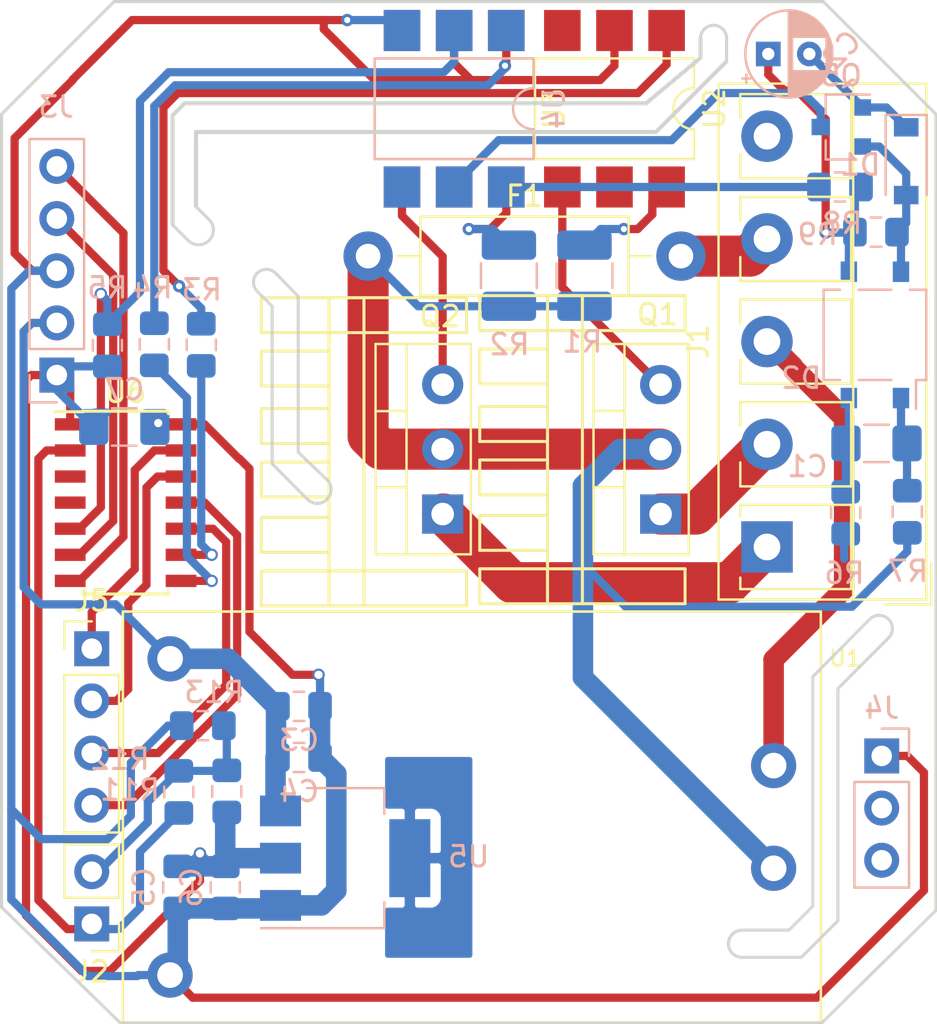
<source format=kicad_pcb>
(kicad_pcb (version 20171130) (host pcbnew 5.0.1)

  (general
    (thickness 1.6)
    (drawings 87)
    (tracks 309)
    (zones 0)
    (modules 38)
    (nets 33)
  )

  (page User 150.012 150.012)
  (title_block
    (title "RS485 Sensor Board")
    (date 2017-02-21)
    (rev V1.2)
    (company "Janco & Jacco")
  )

  (layers
    (0 F.Cu signal)
    (31 B.Cu signal)
    (32 B.Adhes user)
    (33 F.Adhes user)
    (34 B.Paste user)
    (35 F.Paste user)
    (36 B.SilkS user)
    (37 F.SilkS user)
    (38 B.Mask user)
    (39 F.Mask user)
    (40 Dwgs.User user hide)
    (41 Cmts.User user hide)
    (42 Eco1.User user hide)
    (43 Eco2.User user hide)
    (44 Edge.Cuts user)
    (45 Margin user hide)
    (46 B.CrtYd user)
    (47 F.CrtYd user)
    (48 B.Fab user hide)
    (49 F.Fab user hide)
  )

  (setup
    (last_trace_width 0.4)
    (user_trace_width 0.4)
    (user_trace_width 1)
    (user_trace_width 2)
    (trace_clearance 0.1)
    (zone_clearance 0.508)
    (zone_45_only yes)
    (trace_min 0.4)
    (segment_width 0.2)
    (edge_width 0.15)
    (via_size 0.6)
    (via_drill 0.3)
    (via_min_size 0.4)
    (via_min_drill 0.3)
    (uvia_size 0.3)
    (uvia_drill 0.1)
    (uvias_allowed no)
    (uvia_min_size 0.2)
    (uvia_min_drill 0.1)
    (pcb_text_width 0.3)
    (pcb_text_size 1.5 1.5)
    (mod_edge_width 0.15)
    (mod_text_size 1 1)
    (mod_text_width 0.15)
    (pad_size 1.905 2)
    (pad_drill 1.1)
    (pad_to_mask_clearance 0.2)
    (solder_mask_min_width 0.25)
    (aux_axis_origin 116.713 49.911)
    (grid_origin 54.483 49.6316)
    (visible_elements FFFBFF1F)
    (pcbplotparams
      (layerselection 0x3f0ff_80000001)
      (usegerberextensions false)
      (usegerberattributes false)
      (usegerberadvancedattributes false)
      (creategerberjobfile false)
      (excludeedgelayer true)
      (linewidth 0.100000)
      (plotframeref false)
      (viasonmask false)
      (mode 1)
      (useauxorigin false)
      (hpglpennumber 1)
      (hpglpenspeed 20)
      (hpglpendiameter 15.000000)
      (psnegative false)
      (psa4output false)
      (plotreference true)
      (plotvalue true)
      (plotinvisibletext false)
      (padsonsilk false)
      (subtractmaskfromsilk false)
      (outputformat 1)
      (mirror false)
      (drillshape 0)
      (scaleselection 1)
      (outputdirectory "outputv4/"))
  )

  (net 0 "")
  (net 1 GND)
  (net 2 "Net-(R1-Pad1)")
  (net 3 +3V3)
  (net 4 LINE)
  (net 5 NEUT)
  (net 6 "Net-(F1-Pad2)")
  (net 7 "Net-(J1-Pad1)")
  (net 8 "Net-(J1-Pad2)")
  (net 9 "Net-(Q1-Pad3)")
  (net 10 "Net-(Q2-Pad3)")
  (net 11 "Net-(R2-Pad1)")
  (net 12 "Net-(R3-Pad2)")
  (net 13 "Net-(R4-Pad2)")
  (net 14 "Net-(C1-Pad1)")
  (net 15 "Net-(C1-Pad2)")
  (net 16 "Net-(C2-Pad1)")
  (net 17 "Net-(C2-Pad2)")
  (net 18 "Net-(D1-Pad2)")
  (net 19 "Net-(Q5-Pad3)")
  (net 20 "Net-(R8-Pad1)")
  (net 21 +5V)
  (net 22 "Net-(R3-Pad1)")
  (net 23 "Net-(R4-Pad1)")
  (net 24 "Net-(R5-Pad2)")
  (net 25 "Net-(J2-Pad1)")
  (net 26 "Net-(J2-Pad2)")
  (net 27 "Net-(J3-Pad5)")
  (net 28 "Net-(J3-Pad4)")
  (net 29 "Net-(J5-Pad4)")
  (net 30 "Net-(J5-Pad3)")
  (net 31 "Net-(J5-Pad2)")
  (net 32 "Net-(J5-Pad1)")

  (net_class Default "Dit is de standaard class."
    (clearance 0.1)
    (trace_width 0.4)
    (via_dia 0.6)
    (via_drill 0.3)
    (uvia_dia 0.3)
    (uvia_drill 0.1)
    (diff_pair_gap 0.25)
    (diff_pair_width 0.4)
    (add_net +5V)
    (add_net "Net-(C1-Pad1)")
    (add_net "Net-(C1-Pad2)")
    (add_net "Net-(C2-Pad1)")
    (add_net "Net-(C2-Pad2)")
    (add_net "Net-(D1-Pad2)")
    (add_net "Net-(F1-Pad2)")
    (add_net "Net-(J1-Pad1)")
    (add_net "Net-(J1-Pad2)")
    (add_net "Net-(J2-Pad1)")
    (add_net "Net-(J2-Pad2)")
    (add_net "Net-(J3-Pad4)")
    (add_net "Net-(J3-Pad5)")
    (add_net "Net-(J5-Pad1)")
    (add_net "Net-(J5-Pad2)")
    (add_net "Net-(J5-Pad3)")
    (add_net "Net-(J5-Pad4)")
    (add_net "Net-(Q1-Pad3)")
    (add_net "Net-(Q2-Pad3)")
    (add_net "Net-(Q5-Pad3)")
    (add_net "Net-(R1-Pad1)")
    (add_net "Net-(R2-Pad1)")
    (add_net "Net-(R3-Pad1)")
    (add_net "Net-(R3-Pad2)")
    (add_net "Net-(R4-Pad1)")
    (add_net "Net-(R4-Pad2)")
    (add_net "Net-(R5-Pad2)")
    (add_net "Net-(R8-Pad1)")
  )

  (net_class 230V ""
    (clearance 0.4)
    (trace_width 2)
    (via_dia 0.6)
    (via_drill 0.3)
    (uvia_dia 0.3)
    (uvia_drill 0.1)
    (diff_pair_gap 0.25)
    (diff_pair_width 2)
    (add_net LINE)
    (add_net NEUT)
  )

  (net_class 3.3V ""
    (clearance 0.2)
    (trace_width 0.4)
    (via_dia 0.6)
    (via_drill 0.3)
    (uvia_dia 0.3)
    (uvia_drill 0.1)
    (diff_pair_gap 0.25)
    (diff_pair_width 0.4)
    (add_net +3V3)
    (add_net GND)
  )

  (net_class csp ""
    (clearance 0.2)
    (trace_width 1)
    (via_dia 0.6)
    (via_drill 0.3)
    (uvia_dia 0.3)
    (uvia_drill 0.1)
    (diff_pair_gap 0.25)
    (diff_pair_width 1)
  )

  (module Package_TO_SOT_SMD:SOT-23 (layer B.Cu) (tedit 5A02FF57) (tstamp 5C0CBE0E)
    (at 69.5325 31.4071 180)
    (descr "SOT-23, Standard")
    (tags SOT-23)
    (path /5C02F97C)
    (attr smd)
    (fp_text reference Q5 (at 0 2.5 180) (layer B.SilkS)
      (effects (font (size 1 1) (thickness 0.15)) (justify mirror))
    )
    (fp_text value 2N3904 (at 0 -2.5 180) (layer B.Fab)
      (effects (font (size 1 1) (thickness 0.15)) (justify mirror))
    )
    (fp_line (start 0.76 -1.58) (end -0.7 -1.58) (layer B.SilkS) (width 0.12))
    (fp_line (start 0.76 1.58) (end -1.4 1.58) (layer B.SilkS) (width 0.12))
    (fp_line (start -1.7 -1.75) (end -1.7 1.75) (layer B.CrtYd) (width 0.05))
    (fp_line (start 1.7 -1.75) (end -1.7 -1.75) (layer B.CrtYd) (width 0.05))
    (fp_line (start 1.7 1.75) (end 1.7 -1.75) (layer B.CrtYd) (width 0.05))
    (fp_line (start -1.7 1.75) (end 1.7 1.75) (layer B.CrtYd) (width 0.05))
    (fp_line (start 0.76 1.58) (end 0.76 0.65) (layer B.SilkS) (width 0.12))
    (fp_line (start 0.76 -1.58) (end 0.76 -0.65) (layer B.SilkS) (width 0.12))
    (fp_line (start -0.7 -1.52) (end 0.7 -1.52) (layer B.Fab) (width 0.1))
    (fp_line (start 0.7 1.52) (end 0.7 -1.52) (layer B.Fab) (width 0.1))
    (fp_line (start -0.7 0.95) (end -0.15 1.52) (layer B.Fab) (width 0.1))
    (fp_line (start -0.15 1.52) (end 0.7 1.52) (layer B.Fab) (width 0.1))
    (fp_line (start -0.7 0.95) (end -0.7 -1.5) (layer B.Fab) (width 0.1))
    (fp_text user %R (at 0 0 90) (layer B.Fab)
      (effects (font (size 0.5 0.5) (thickness 0.075)) (justify mirror))
    )
    (pad 3 smd rect (at 1 0 180) (size 0.9 0.8) (layers B.Cu B.Paste B.Mask)
      (net 19 "Net-(Q5-Pad3)"))
    (pad 2 smd rect (at -1 -0.95 180) (size 0.9 0.8) (layers B.Cu B.Paste B.Mask)
      (net 18 "Net-(D1-Pad2)"))
    (pad 1 smd rect (at -1 0.95 180) (size 0.9 0.8) (layers B.Cu B.Paste B.Mask)
      (net 17 "Net-(C2-Pad2)"))
    (model ${KISYS3DMOD}/Package_TO_SOT_SMD.3dshapes/SOT-23.wrl
      (at (xyz 0 0 0))
      (scale (xyz 1 1 1))
      (rotate (xyz 0 0 0))
    )
  )

  (module Resistor_THT:R_Axial_DIN0411_L9.9mm_D3.6mm_P15.24mm_Horizontal (layer F.Cu) (tedit 5AE5139B) (tstamp 5C1CEBB5)
    (at 46.482 37.6936)
    (descr "Resistor, Axial_DIN0411 series, Axial, Horizontal, pin pitch=15.24mm, 1W, length*diameter=9.9*3.6mm^2")
    (tags "Resistor Axial_DIN0411 series Axial Horizontal pin pitch 15.24mm 1W length 9.9mm diameter 3.6mm")
    (path /5BFAD7F9)
    (fp_text reference F1 (at 7.62 -2.92) (layer F.SilkS)
      (effects (font (size 1 1) (thickness 0.15)))
    )
    (fp_text value "Glass fuse 10mm 3A" (at 7.62 2.92) (layer F.Fab)
      (effects (font (size 1 1) (thickness 0.15)))
    )
    (fp_text user %R (at 7.62 0) (layer F.Fab)
      (effects (font (size 1 1) (thickness 0.15)))
    )
    (fp_line (start 16.69 -2.05) (end -1.45 -2.05) (layer F.CrtYd) (width 0.05))
    (fp_line (start 16.69 2.05) (end 16.69 -2.05) (layer F.CrtYd) (width 0.05))
    (fp_line (start -1.45 2.05) (end 16.69 2.05) (layer F.CrtYd) (width 0.05))
    (fp_line (start -1.45 -2.05) (end -1.45 2.05) (layer F.CrtYd) (width 0.05))
    (fp_line (start 13.8 0) (end 12.69 0) (layer F.SilkS) (width 0.12))
    (fp_line (start 1.44 0) (end 2.55 0) (layer F.SilkS) (width 0.12))
    (fp_line (start 12.69 -1.92) (end 2.55 -1.92) (layer F.SilkS) (width 0.12))
    (fp_line (start 12.69 1.92) (end 12.69 -1.92) (layer F.SilkS) (width 0.12))
    (fp_line (start 2.55 1.92) (end 12.69 1.92) (layer F.SilkS) (width 0.12))
    (fp_line (start 2.55 -1.92) (end 2.55 1.92) (layer F.SilkS) (width 0.12))
    (fp_line (start 15.24 0) (end 12.57 0) (layer F.Fab) (width 0.1))
    (fp_line (start 0 0) (end 2.67 0) (layer F.Fab) (width 0.1))
    (fp_line (start 12.57 -1.8) (end 2.67 -1.8) (layer F.Fab) (width 0.1))
    (fp_line (start 12.57 1.8) (end 12.57 -1.8) (layer F.Fab) (width 0.1))
    (fp_line (start 2.67 1.8) (end 12.57 1.8) (layer F.Fab) (width 0.1))
    (fp_line (start 2.67 -1.8) (end 2.67 1.8) (layer F.Fab) (width 0.1))
    (pad 2 thru_hole oval (at 15.24 0) (size 2.4 2.4) (drill 1.2) (layers *.Cu *.Mask)
      (net 6 "Net-(F1-Pad2)"))
    (pad 1 thru_hole circle (at 0 0) (size 2.4 2.4) (drill 1.2) (layers *.Cu *.Mask)
      (net 4 LINE))
    (model ${KISYS3DMOD}/Resistor_THT.3dshapes/R_Axial_DIN0411_L9.9mm_D3.6mm_P15.24mm_Horizontal.wrl
      (at (xyz 0 0 0))
      (scale (xyz 1 1 1))
      (rotate (xyz 0 0 0))
    )
  )

  (module Package_DIP:SMDIP-6_W7.62mm (layer B.Cu) (tedit 5A02E8C5) (tstamp 5C02C916)
    (at 50.673 30.5181 90)
    (descr "6-lead surface-mounted (SMD) DIP package, row spacing 7.62 mm (300 mils)")
    (tags "SMD DIP DIL PDIP SMDIP 2.54mm 7.62mm 300mil")
    (path /5C058852)
    (attr smd)
    (fp_text reference U4 (at 0 4.87 90) (layer B.SilkS)
      (effects (font (size 1 1) (thickness 0.15)) (justify mirror))
    )
    (fp_text value 4N35 (at 0 -4.87 90) (layer B.Fab)
      (effects (font (size 1 1) (thickness 0.15)) (justify mirror))
    )
    (fp_text user %R (at 0 0 90) (layer B.Fab)
      (effects (font (size 1 1) (thickness 0.15)) (justify mirror))
    )
    (fp_line (start 5.1 4.1) (end -5.1 4.1) (layer B.CrtYd) (width 0.05))
    (fp_line (start 5.1 -4.1) (end 5.1 4.1) (layer B.CrtYd) (width 0.05))
    (fp_line (start -5.1 -4.1) (end 5.1 -4.1) (layer B.CrtYd) (width 0.05))
    (fp_line (start -5.1 4.1) (end -5.1 -4.1) (layer B.CrtYd) (width 0.05))
    (fp_line (start 2.45 3.87) (end 1 3.87) (layer B.SilkS) (width 0.12))
    (fp_line (start 2.45 -3.87) (end 2.45 3.87) (layer B.SilkS) (width 0.12))
    (fp_line (start -2.45 -3.87) (end 2.45 -3.87) (layer B.SilkS) (width 0.12))
    (fp_line (start -2.45 3.87) (end -2.45 -3.87) (layer B.SilkS) (width 0.12))
    (fp_line (start -1 3.87) (end -2.45 3.87) (layer B.SilkS) (width 0.12))
    (fp_line (start -3.175 2.81) (end -2.175 3.81) (layer B.Fab) (width 0.1))
    (fp_line (start -3.175 -3.81) (end -3.175 2.81) (layer B.Fab) (width 0.1))
    (fp_line (start 3.175 -3.81) (end -3.175 -3.81) (layer B.Fab) (width 0.1))
    (fp_line (start 3.175 3.81) (end 3.175 -3.81) (layer B.Fab) (width 0.1))
    (fp_line (start -2.175 3.81) (end 3.175 3.81) (layer B.Fab) (width 0.1))
    (fp_arc (start 0 3.87) (end -1 3.87) (angle 180) (layer B.SilkS) (width 0.12))
    (pad 6 smd rect (at 3.81 2.54 90) (size 2 1.78) (layers B.Cu B.Paste B.Mask))
    (pad 3 smd rect (at -3.81 -2.54 90) (size 2 1.78) (layers B.Cu B.Paste B.Mask))
    (pad 5 smd rect (at 3.81 0 90) (size 2 1.78) (layers B.Cu B.Paste B.Mask)
      (net 24 "Net-(R5-Pad2)"))
    (pad 2 smd rect (at -3.81 0 90) (size 2 1.78) (layers B.Cu B.Paste B.Mask)
      (net 19 "Net-(Q5-Pad3)"))
    (pad 4 smd rect (at 3.81 -2.54 90) (size 2 1.78) (layers B.Cu B.Paste B.Mask)
      (net 1 GND))
    (pad 1 smd rect (at -3.81 2.54 90) (size 2 1.78) (layers B.Cu B.Paste B.Mask)
      (net 20 "Net-(R8-Pad1)"))
    (model ${KISYS3DMOD}/Package_DIP.3dshapes/SMDIP-6_W7.62mm.wrl
      (at (xyz 0 0 0))
      (scale (xyz 1 1 1))
      (rotate (xyz 0 0 0))
    )
  )

  (module TerminalBlock_RND:TerminalBlock_RND_205-00279_1x05_P5.00mm_Vertical (layer F.Cu) (tedit 5B294ECF) (tstamp 5C181743)
    (at 65.913 51.8541 90)
    (descr "terminal block RND 205-00081, vertical (cable from top), 5 pins, pitch 5mm, size 25x10mm^2, drill diamater 1.3mm, pad diameter 2.5mm, see http://cdn-reichelt.de/documents/datenblatt/C151/RND_205-00276_DB_EN.pdf, script-generated with , script-generated using https://github.com/pointhi/kicad-footprint-generator/scripts/TerminalBlock_RND")
    (tags "THT terminal block RND 205-00081 vertical pitch 5mm size 25x10mm^2 drill 1.3mm pad 2.5mm")
    (path /5BFAD55E)
    (fp_text reference J1 (at 10 -3.36 90) (layer F.SilkS)
      (effects (font (size 1 1) (thickness 0.15)))
    )
    (fp_text value Screw_Terminal_01x04 (at 10 8.76 90) (layer F.Fab)
      (effects (font (size 1 1) (thickness 0.15)))
    )
    (fp_text user %R (at 10 5.7 90) (layer F.Fab)
      (effects (font (size 1 1) (thickness 0.15)))
    )
    (fp_line (start 23 -2.8) (end -3 -2.8) (layer F.CrtYd) (width 0.05))
    (fp_line (start 23 8.2) (end 23 -2.8) (layer F.CrtYd) (width 0.05))
    (fp_line (start -3 8.2) (end 23 8.2) (layer F.CrtYd) (width 0.05))
    (fp_line (start -3 -2.8) (end -3 8.2) (layer F.CrtYd) (width 0.05))
    (fp_line (start -2.8 8) (end -0.8 8) (layer F.SilkS) (width 0.12))
    (fp_line (start -2.8 5.76) (end -2.8 8) (layer F.SilkS) (width 0.12))
    (fp_line (start 22.05 -1.3) (end 17.95 -1.3) (layer F.Fab) (width 0.1))
    (fp_line (start 22.05 4.1) (end 22.05 -1.3) (layer F.Fab) (width 0.1))
    (fp_line (start 17.95 4.1) (end 22.05 4.1) (layer F.Fab) (width 0.1))
    (fp_line (start 17.95 -1.3) (end 17.95 4.1) (layer F.Fab) (width 0.1))
    (fp_line (start 22.05 -1.3) (end 22.05 4.1) (layer F.SilkS) (width 0.12))
    (fp_line (start 17.95 -1.3) (end 17.95 4.1) (layer F.SilkS) (width 0.12))
    (fp_line (start 17.95 4.1) (end 22.05 4.1) (layer F.SilkS) (width 0.12))
    (fp_line (start 20.884 -1.3) (end 22.05 -1.3) (layer F.SilkS) (width 0.12))
    (fp_line (start 17.95 -1.3) (end 19.117 -1.3) (layer F.SilkS) (width 0.12))
    (fp_line (start 17.05 -1.3) (end 12.95 -1.3) (layer F.Fab) (width 0.1))
    (fp_line (start 17.05 4.1) (end 17.05 -1.3) (layer F.Fab) (width 0.1))
    (fp_line (start 12.95 4.1) (end 17.05 4.1) (layer F.Fab) (width 0.1))
    (fp_line (start 12.95 -1.3) (end 12.95 4.1) (layer F.Fab) (width 0.1))
    (fp_line (start 17.05 -1.3) (end 17.05 4.1) (layer F.SilkS) (width 0.12))
    (fp_line (start 12.95 -1.3) (end 12.95 4.1) (layer F.SilkS) (width 0.12))
    (fp_line (start 12.95 4.1) (end 17.05 4.1) (layer F.SilkS) (width 0.12))
    (fp_line (start 15.884 -1.3) (end 17.05 -1.3) (layer F.SilkS) (width 0.12))
    (fp_line (start 12.95 -1.3) (end 14.117 -1.3) (layer F.SilkS) (width 0.12))
    (fp_line (start 12.05 -1.3) (end 7.95 -1.3) (layer F.Fab) (width 0.1))
    (fp_line (start 12.05 4.1) (end 12.05 -1.3) (layer F.Fab) (width 0.1))
    (fp_line (start 7.95 4.1) (end 12.05 4.1) (layer F.Fab) (width 0.1))
    (fp_line (start 7.95 -1.3) (end 7.95 4.1) (layer F.Fab) (width 0.1))
    (fp_line (start 12.05 -1.3) (end 12.05 4.1) (layer F.SilkS) (width 0.12))
    (fp_line (start 7.95 -1.3) (end 7.95 4.1) (layer F.SilkS) (width 0.12))
    (fp_line (start 7.95 4.1) (end 12.05 4.1) (layer F.SilkS) (width 0.12))
    (fp_line (start 10.884 -1.3) (end 12.05 -1.3) (layer F.SilkS) (width 0.12))
    (fp_line (start 7.95 -1.3) (end 9.117 -1.3) (layer F.SilkS) (width 0.12))
    (fp_line (start 7.05 -1.3) (end 2.95 -1.3) (layer F.Fab) (width 0.1))
    (fp_line (start 7.05 4.1) (end 7.05 -1.3) (layer F.Fab) (width 0.1))
    (fp_line (start 2.95 4.1) (end 7.05 4.1) (layer F.Fab) (width 0.1))
    (fp_line (start 2.95 -1.3) (end 2.95 4.1) (layer F.Fab) (width 0.1))
    (fp_line (start 7.05 -1.3) (end 7.05 4.1) (layer F.SilkS) (width 0.12))
    (fp_line (start 2.95 -1.3) (end 2.95 4.1) (layer F.SilkS) (width 0.12))
    (fp_line (start 2.95 4.1) (end 7.05 4.1) (layer F.SilkS) (width 0.12))
    (fp_line (start 5.884 -1.3) (end 7.05 -1.3) (layer F.SilkS) (width 0.12))
    (fp_line (start 2.95 -1.3) (end 4.117 -1.3) (layer F.SilkS) (width 0.12))
    (fp_line (start 2.05 -1.3) (end -2.05 -1.3) (layer F.Fab) (width 0.1))
    (fp_line (start 2.05 4.1) (end 2.05 -1.3) (layer F.Fab) (width 0.1))
    (fp_line (start -2.05 4.1) (end 2.05 4.1) (layer F.Fab) (width 0.1))
    (fp_line (start -2.05 -1.3) (end -2.05 4.1) (layer F.Fab) (width 0.1))
    (fp_line (start 2.05 -1.3) (end 2.05 4.1) (layer F.SilkS) (width 0.12))
    (fp_line (start -2.05 -1.3) (end -2.05 4.1) (layer F.SilkS) (width 0.12))
    (fp_line (start -2.05 4.1) (end 2.05 4.1) (layer F.SilkS) (width 0.12))
    (fp_line (start 1.49 -1.3) (end 2.05 -1.3) (layer F.SilkS) (width 0.12))
    (fp_line (start -2.05 -1.3) (end -1.49 -1.3) (layer F.SilkS) (width 0.12))
    (fp_line (start 22.56 -2.36) (end 22.56 7.76) (layer F.SilkS) (width 0.12))
    (fp_line (start -2.56 -2.36) (end -2.56 7.76) (layer F.SilkS) (width 0.12))
    (fp_line (start -2.56 7.76) (end 22.56 7.76) (layer F.SilkS) (width 0.12))
    (fp_line (start -2.56 -2.36) (end 22.56 -2.36) (layer F.SilkS) (width 0.12))
    (fp_line (start -2.56 4.2) (end 22.56 4.2) (layer F.SilkS) (width 0.12))
    (fp_line (start -2.5 4.2) (end 22.5 4.2) (layer F.Fab) (width 0.1))
    (fp_line (start -2.5 5.7) (end -2.5 -2.3) (layer F.Fab) (width 0.1))
    (fp_line (start -0.5 7.7) (end -2.5 5.7) (layer F.Fab) (width 0.1))
    (fp_line (start 22.5 7.7) (end -0.5 7.7) (layer F.Fab) (width 0.1))
    (fp_line (start 22.5 -2.3) (end 22.5 7.7) (layer F.Fab) (width 0.1))
    (fp_line (start -2.5 -2.3) (end 22.5 -2.3) (layer F.Fab) (width 0.1))
    (pad 5 thru_hole circle (at 20 0 90) (size 2.5 2.5) (drill 1.3) (layers *.Cu *.Mask))
    (pad 4 thru_hole circle (at 15 0 90) (size 2.5 2.5) (drill 1.3) (layers *.Cu *.Mask)
      (net 6 "Net-(F1-Pad2)"))
    (pad 3 thru_hole circle (at 10 0 90) (size 2.5 2.5) (drill 1.3) (layers *.Cu *.Mask)
      (net 5 NEUT))
    (pad 2 thru_hole circle (at 5 0 90) (size 2.5 2.5) (drill 1.3) (layers *.Cu *.Mask)
      (net 8 "Net-(J1-Pad2)"))
    (pad 1 thru_hole rect (at 0 0 90) (size 2.5 2.5) (drill 1.3) (layers *.Cu *.Mask)
      (net 7 "Net-(J1-Pad1)"))
    (model ${KISYS3DMOD}/TerminalBlock_RND.3dshapes/TerminalBlock_RND_205-00279_1x05_P5.00mm_Vertical.wrl
      (at (xyz 0 0 0))
      (scale (xyz 1 1 1))
      (rotate (xyz 0 0 0))
    )
  )

  (module Package_DIP:SMDIP-6_W7.62mm (layer F.Cu) (tedit 5A02E8C5) (tstamp 5C1CE7FE)
    (at 58.4835 30.5181 270)
    (descr "6-lead surface-mounted (SMD) DIP package, row spacing 7.62 mm (300 mils)")
    (tags "SMD DIP DIL PDIP SMDIP 2.54mm 7.62mm 300mil")
    (path /5BFAEA80)
    (attr smd)
    (fp_text reference U2 (at 0 -4.87 270) (layer F.SilkS)
      (effects (font (size 1 1) (thickness 0.15)))
    )
    (fp_text value MOC3052 (at 0 4.87 270) (layer F.Fab)
      (effects (font (size 1 1) (thickness 0.15)))
    )
    (fp_text user %R (at 0 0 270) (layer F.Fab)
      (effects (font (size 1 1) (thickness 0.15)))
    )
    (fp_line (start 5.1 -4.1) (end -5.1 -4.1) (layer F.CrtYd) (width 0.05))
    (fp_line (start 5.1 4.1) (end 5.1 -4.1) (layer F.CrtYd) (width 0.05))
    (fp_line (start -5.1 4.1) (end 5.1 4.1) (layer F.CrtYd) (width 0.05))
    (fp_line (start -5.1 -4.1) (end -5.1 4.1) (layer F.CrtYd) (width 0.05))
    (fp_line (start 2.45 -3.87) (end 1 -3.87) (layer F.SilkS) (width 0.12))
    (fp_line (start 2.45 3.87) (end 2.45 -3.87) (layer F.SilkS) (width 0.12))
    (fp_line (start -2.45 3.87) (end 2.45 3.87) (layer F.SilkS) (width 0.12))
    (fp_line (start -2.45 -3.87) (end -2.45 3.87) (layer F.SilkS) (width 0.12))
    (fp_line (start -1 -3.87) (end -2.45 -3.87) (layer F.SilkS) (width 0.12))
    (fp_line (start -3.175 -2.81) (end -2.175 -3.81) (layer F.Fab) (width 0.1))
    (fp_line (start -3.175 3.81) (end -3.175 -2.81) (layer F.Fab) (width 0.1))
    (fp_line (start 3.175 3.81) (end -3.175 3.81) (layer F.Fab) (width 0.1))
    (fp_line (start 3.175 -3.81) (end 3.175 3.81) (layer F.Fab) (width 0.1))
    (fp_line (start -2.175 -3.81) (end 3.175 -3.81) (layer F.Fab) (width 0.1))
    (fp_arc (start 0 -3.87) (end -1 -3.87) (angle -180) (layer F.SilkS) (width 0.12))
    (pad 6 smd rect (at 3.81 -2.54 270) (size 2 1.78) (layers F.Cu F.Paste F.Mask)
      (net 2 "Net-(R1-Pad1)"))
    (pad 3 smd rect (at -3.81 2.54 270) (size 2 1.78) (layers F.Cu F.Paste F.Mask))
    (pad 5 smd rect (at 3.81 0 270) (size 2 1.78) (layers F.Cu F.Paste F.Mask))
    (pad 2 smd rect (at -3.81 0 270) (size 2 1.78) (layers F.Cu F.Paste F.Mask)
      (net 1 GND))
    (pad 4 smd rect (at 3.81 2.54 270) (size 2 1.78) (layers F.Cu F.Paste F.Mask)
      (net 9 "Net-(Q1-Pad3)"))
    (pad 1 smd rect (at -3.81 -2.54 270) (size 2 1.78) (layers F.Cu F.Paste F.Mask)
      (net 12 "Net-(R3-Pad2)"))
    (model ${KISYS3DMOD}/Package_DIP.3dshapes/SMDIP-6_W7.62mm.wrl
      (at (xyz 0 0 0))
      (scale (xyz 1 1 1))
      (rotate (xyz 0 0 0))
    )
  )

  (module Package_DIP:SMDIP-6_W7.62mm (layer F.Cu) (tedit 5A02E8C5) (tstamp 5C1E0F76)
    (at 50.673 30.5181 270)
    (descr "6-lead surface-mounted (SMD) DIP package, row spacing 7.62 mm (300 mils)")
    (tags "SMD DIP DIL PDIP SMDIP 2.54mm 7.62mm 300mil")
    (path /5BFAF2AD)
    (attr smd)
    (fp_text reference U3 (at 0 -4.87 270) (layer F.SilkS)
      (effects (font (size 1 1) (thickness 0.15)))
    )
    (fp_text value MOC3052 (at 0 4.87 270) (layer F.Fab)
      (effects (font (size 1 1) (thickness 0.15)))
    )
    (fp_text user %R (at 0 0 270) (layer F.Fab)
      (effects (font (size 1 1) (thickness 0.15)))
    )
    (fp_line (start 5.1 -4.1) (end -5.1 -4.1) (layer F.CrtYd) (width 0.05))
    (fp_line (start 5.1 4.1) (end 5.1 -4.1) (layer F.CrtYd) (width 0.05))
    (fp_line (start -5.1 4.1) (end 5.1 4.1) (layer F.CrtYd) (width 0.05))
    (fp_line (start -5.1 -4.1) (end -5.1 4.1) (layer F.CrtYd) (width 0.05))
    (fp_line (start 2.45 -3.87) (end 1 -3.87) (layer F.SilkS) (width 0.12))
    (fp_line (start 2.45 3.87) (end 2.45 -3.87) (layer F.SilkS) (width 0.12))
    (fp_line (start -2.45 3.87) (end 2.45 3.87) (layer F.SilkS) (width 0.12))
    (fp_line (start -2.45 -3.87) (end -2.45 3.87) (layer F.SilkS) (width 0.12))
    (fp_line (start -1 -3.87) (end -2.45 -3.87) (layer F.SilkS) (width 0.12))
    (fp_line (start -3.175 -2.81) (end -2.175 -3.81) (layer F.Fab) (width 0.1))
    (fp_line (start -3.175 3.81) (end -3.175 -2.81) (layer F.Fab) (width 0.1))
    (fp_line (start 3.175 3.81) (end -3.175 3.81) (layer F.Fab) (width 0.1))
    (fp_line (start 3.175 -3.81) (end 3.175 3.81) (layer F.Fab) (width 0.1))
    (fp_line (start -2.175 -3.81) (end 3.175 -3.81) (layer F.Fab) (width 0.1))
    (fp_arc (start 0 -3.87) (end -1 -3.87) (angle -180) (layer F.SilkS) (width 0.12))
    (pad 6 smd rect (at 3.81 -2.54 270) (size 2 1.78) (layers F.Cu F.Paste F.Mask)
      (net 11 "Net-(R2-Pad1)"))
    (pad 3 smd rect (at -3.81 2.54 270) (size 2 1.78) (layers F.Cu F.Paste F.Mask))
    (pad 5 smd rect (at 3.81 0 270) (size 2 1.78) (layers F.Cu F.Paste F.Mask))
    (pad 2 smd rect (at -3.81 0 270) (size 2 1.78) (layers F.Cu F.Paste F.Mask)
      (net 1 GND))
    (pad 4 smd rect (at 3.81 2.54 270) (size 2 1.78) (layers F.Cu F.Paste F.Mask)
      (net 10 "Net-(Q2-Pad3)"))
    (pad 1 smd rect (at -3.81 -2.54 270) (size 2 1.78) (layers F.Cu F.Paste F.Mask)
      (net 13 "Net-(R4-Pad2)"))
    (model ${KISYS3DMOD}/Package_DIP.3dshapes/SMDIP-6_W7.62mm.wrl
      (at (xyz 0 0 0))
      (scale (xyz 1 1 1))
      (rotate (xyz 0 0 0))
    )
  )

  (module Resistor_SMD:R_0805_2012Metric_Pad1.15x1.40mm_HandSolder (layer B.Cu) (tedit 5B36C52B) (tstamp 5C0BB832)
    (at 36.068 41.9862 90)
    (descr "Resistor SMD 0805 (2012 Metric), square (rectangular) end terminal, IPC_7351 nominal with elongated pad for handsoldering. (Body size source: https://docs.google.com/spreadsheets/d/1BsfQQcO9C6DZCsRaXUlFlo91Tg2WpOkGARC1WS5S8t0/edit?usp=sharing), generated with kicad-footprint-generator")
    (tags "resistor handsolder")
    (path /5BFAF2C7)
    (attr smd)
    (fp_text reference R4 (at 2.7546 -0.085 180) (layer B.SilkS)
      (effects (font (size 1 1) (thickness 0.15)) (justify mirror))
    )
    (fp_text value 100 (at 0 -1.65 90) (layer B.Fab)
      (effects (font (size 1 1) (thickness 0.15)) (justify mirror))
    )
    (fp_text user %R (at 0 0 90) (layer B.Fab)
      (effects (font (size 0.5 0.5) (thickness 0.08)) (justify mirror))
    )
    (fp_line (start 1.85 -0.95) (end -1.85 -0.95) (layer B.CrtYd) (width 0.05))
    (fp_line (start 1.85 0.95) (end 1.85 -0.95) (layer B.CrtYd) (width 0.05))
    (fp_line (start -1.85 0.95) (end 1.85 0.95) (layer B.CrtYd) (width 0.05))
    (fp_line (start -1.85 -0.95) (end -1.85 0.95) (layer B.CrtYd) (width 0.05))
    (fp_line (start -0.261252 -0.71) (end 0.261252 -0.71) (layer B.SilkS) (width 0.12))
    (fp_line (start -0.261252 0.71) (end 0.261252 0.71) (layer B.SilkS) (width 0.12))
    (fp_line (start 1 -0.6) (end -1 -0.6) (layer B.Fab) (width 0.1))
    (fp_line (start 1 0.6) (end 1 -0.6) (layer B.Fab) (width 0.1))
    (fp_line (start -1 0.6) (end 1 0.6) (layer B.Fab) (width 0.1))
    (fp_line (start -1 -0.6) (end -1 0.6) (layer B.Fab) (width 0.1))
    (pad 2 smd roundrect (at 1.025 0 90) (size 1.15 1.4) (layers B.Cu B.Paste B.Mask) (roundrect_rratio 0.217391)
      (net 13 "Net-(R4-Pad2)"))
    (pad 1 smd roundrect (at -1.025 0 90) (size 1.15 1.4) (layers B.Cu B.Paste B.Mask) (roundrect_rratio 0.217391)
      (net 23 "Net-(R4-Pad1)"))
    (model ${KISYS3DMOD}/Resistor_SMD.3dshapes/R_0805_2012Metric.wrl
      (at (xyz 0 0 0))
      (scale (xyz 1 1 1))
      (rotate (xyz 0 0 0))
    )
  )

  (module Resistor_SMD:R_1210_3225Metric_Pad1.42x2.65mm_HandSolder (layer B.Cu) (tedit 5B301BBD) (tstamp 5C0DE270)
    (at 57.023 38.6461 270)
    (descr "Resistor SMD 1210 (3225 Metric), square (rectangular) end terminal, IPC_7351 nominal with elongated pad for handsoldering. (Body size source: http://www.tortai-tech.com/upload/download/2011102023233369053.pdf), generated with kicad-footprint-generator")
    (tags "resistor handsolder")
    (path /5BFAE8F2)
    (attr smd)
    (fp_text reference R1 (at 3.2236 0.112) (layer B.SilkS)
      (effects (font (size 1 1) (thickness 0.15)) (justify mirror))
    )
    (fp_text value 360 (at 0 -2.28 270) (layer B.Fab)
      (effects (font (size 1 1) (thickness 0.15)) (justify mirror))
    )
    (fp_line (start -1.6 -1.25) (end -1.6 1.25) (layer B.Fab) (width 0.1))
    (fp_line (start -1.6 1.25) (end 1.6 1.25) (layer B.Fab) (width 0.1))
    (fp_line (start 1.6 1.25) (end 1.6 -1.25) (layer B.Fab) (width 0.1))
    (fp_line (start 1.6 -1.25) (end -1.6 -1.25) (layer B.Fab) (width 0.1))
    (fp_line (start -0.602064 1.36) (end 0.602064 1.36) (layer B.SilkS) (width 0.12))
    (fp_line (start -0.602064 -1.36) (end 0.602064 -1.36) (layer B.SilkS) (width 0.12))
    (fp_line (start -2.45 -1.58) (end -2.45 1.58) (layer B.CrtYd) (width 0.05))
    (fp_line (start -2.45 1.58) (end 2.45 1.58) (layer B.CrtYd) (width 0.05))
    (fp_line (start 2.45 1.58) (end 2.45 -1.58) (layer B.CrtYd) (width 0.05))
    (fp_line (start 2.45 -1.58) (end -2.45 -1.58) (layer B.CrtYd) (width 0.05))
    (fp_text user %R (at 0 0 270) (layer B.Fab)
      (effects (font (size 0.8 0.8) (thickness 0.12)) (justify mirror))
    )
    (pad 1 smd roundrect (at -1.4875 0 270) (size 1.425 2.65) (layers B.Cu B.Paste B.Mask) (roundrect_rratio 0.175439)
      (net 2 "Net-(R1-Pad1)"))
    (pad 2 smd roundrect (at 1.4875 0 270) (size 1.425 2.65) (layers B.Cu B.Paste B.Mask) (roundrect_rratio 0.175439)
      (net 4 LINE))
    (model ${KISYS3DMOD}/Resistor_SMD.3dshapes/R_1210_3225Metric.wrl
      (at (xyz 0 0 0))
      (scale (xyz 1 1 1))
      (rotate (xyz 0 0 0))
    )
  )

  (module Connector_PinHeader_2.54mm:PinHeader_1x02_P2.54mm_Vertical (layer F.Cu) (tedit 59FED5CC) (tstamp 5C07EDFF)
    (at 33.02 70.2056 180)
    (descr "Through hole straight pin header, 1x02, 2.54mm pitch, single row")
    (tags "Through hole pin header THT 1x02 2.54mm single row")
    (path /5C0A8FE2)
    (fp_text reference J2 (at 0 -2.33 180) (layer F.SilkS)
      (effects (font (size 1 1) (thickness 0.15)))
    )
    (fp_text value "Conn_01x02_Male ZMCT" (at 0 4.87 180) (layer F.Fab)
      (effects (font (size 1 1) (thickness 0.15)))
    )
    (fp_text user %R (at 0 1.27 270) (layer F.Fab)
      (effects (font (size 1 1) (thickness 0.15)))
    )
    (fp_line (start 1.8 -1.8) (end -1.8 -1.8) (layer F.CrtYd) (width 0.05))
    (fp_line (start 1.8 4.35) (end 1.8 -1.8) (layer F.CrtYd) (width 0.05))
    (fp_line (start -1.8 4.35) (end 1.8 4.35) (layer F.CrtYd) (width 0.05))
    (fp_line (start -1.8 -1.8) (end -1.8 4.35) (layer F.CrtYd) (width 0.05))
    (fp_line (start -1.33 -1.33) (end 0 -1.33) (layer F.SilkS) (width 0.12))
    (fp_line (start -1.33 0) (end -1.33 -1.33) (layer F.SilkS) (width 0.12))
    (fp_line (start -1.33 1.27) (end 1.33 1.27) (layer F.SilkS) (width 0.12))
    (fp_line (start 1.33 1.27) (end 1.33 3.87) (layer F.SilkS) (width 0.12))
    (fp_line (start -1.33 1.27) (end -1.33 3.87) (layer F.SilkS) (width 0.12))
    (fp_line (start -1.33 3.87) (end 1.33 3.87) (layer F.SilkS) (width 0.12))
    (fp_line (start -1.27 -0.635) (end -0.635 -1.27) (layer F.Fab) (width 0.1))
    (fp_line (start -1.27 3.81) (end -1.27 -0.635) (layer F.Fab) (width 0.1))
    (fp_line (start 1.27 3.81) (end -1.27 3.81) (layer F.Fab) (width 0.1))
    (fp_line (start 1.27 -1.27) (end 1.27 3.81) (layer F.Fab) (width 0.1))
    (fp_line (start -0.635 -1.27) (end 1.27 -1.27) (layer F.Fab) (width 0.1))
    (pad 2 thru_hole oval (at 0 2.54 180) (size 1.7 1.7) (drill 1) (layers *.Cu *.Mask)
      (net 26 "Net-(J2-Pad2)"))
    (pad 1 thru_hole rect (at 0 0 180) (size 1.7 1.7) (drill 1) (layers *.Cu *.Mask)
      (net 25 "Net-(J2-Pad1)"))
    (model ${KISYS3DMOD}/Connector_PinHeader_2.54mm.3dshapes/PinHeader_1x02_P2.54mm_Vertical.wrl
      (at (xyz 0 0 0))
      (scale (xyz 1 1 1))
      (rotate (xyz 0 0 0))
    )
  )

  (module Package_TO_SOT_SMD:SOT-223-3_TabPin2 (layer B.Cu) (tedit 5A02FF57) (tstamp 5C063DCC)
    (at 45.3644 67.0052)
    (descr "module CMS SOT223 4 pins")
    (tags "CMS SOT")
    (path /5C03F772)
    (attr smd)
    (fp_text reference U5 (at 6.0186 -0.0736) (layer B.SilkS)
      (effects (font (size 1 1) (thickness 0.15)) (justify mirror))
    )
    (fp_text value AMS1117-3.3 (at 0 -4.5) (layer B.Fab)
      (effects (font (size 1 1) (thickness 0.15)) (justify mirror))
    )
    (fp_text user %R (at 0 0 -90) (layer B.Fab)
      (effects (font (size 0.8 0.8) (thickness 0.12)) (justify mirror))
    )
    (fp_line (start 1.91 -3.41) (end 1.91 -2.15) (layer B.SilkS) (width 0.12))
    (fp_line (start 1.91 3.41) (end 1.91 2.15) (layer B.SilkS) (width 0.12))
    (fp_line (start 4.4 3.6) (end -4.4 3.6) (layer B.CrtYd) (width 0.05))
    (fp_line (start 4.4 -3.6) (end 4.4 3.6) (layer B.CrtYd) (width 0.05))
    (fp_line (start -4.4 -3.6) (end 4.4 -3.6) (layer B.CrtYd) (width 0.05))
    (fp_line (start -4.4 3.6) (end -4.4 -3.6) (layer B.CrtYd) (width 0.05))
    (fp_line (start -1.85 2.35) (end -0.85 3.35) (layer B.Fab) (width 0.1))
    (fp_line (start -1.85 2.35) (end -1.85 -3.35) (layer B.Fab) (width 0.1))
    (fp_line (start -1.85 -3.41) (end 1.91 -3.41) (layer B.SilkS) (width 0.12))
    (fp_line (start -0.85 3.35) (end 1.85 3.35) (layer B.Fab) (width 0.1))
    (fp_line (start -4.1 3.41) (end 1.91 3.41) (layer B.SilkS) (width 0.12))
    (fp_line (start -1.85 -3.35) (end 1.85 -3.35) (layer B.Fab) (width 0.1))
    (fp_line (start 1.85 3.35) (end 1.85 -3.35) (layer B.Fab) (width 0.1))
    (pad 2 smd rect (at 3.15 0) (size 2 3.8) (layers B.Cu B.Paste B.Mask)
      (net 3 +3V3))
    (pad 2 smd rect (at -3.15 0) (size 2 1.5) (layers B.Cu B.Paste B.Mask)
      (net 3 +3V3))
    (pad 3 smd rect (at -3.15 -2.3) (size 2 1.5) (layers B.Cu B.Paste B.Mask)
      (net 21 +5V))
    (pad 1 smd rect (at -3.15 2.3) (size 2 1.5) (layers B.Cu B.Paste B.Mask)
      (net 1 GND))
    (model ${KISYS3DMOD}/Package_TO_SOT_SMD.3dshapes/SOT-223.wrl
      (at (xyz 0 0 0))
      (scale (xyz 1 1 1))
      (rotate (xyz 0 0 0))
    )
  )

  (module Capacitor_SMD:C_1206_3216Metric_Pad1.42x1.75mm_HandSolder (layer B.Cu) (tedit 5B301BBE) (tstamp 5C0C4A4F)
    (at 71.247 46.8122)
    (descr "Capacitor SMD 1206 (3216 Metric), square (rectangular) end terminal, IPC_7351 nominal with elongated pad for handsoldering. (Body size source: http://www.tortai-tech.com/upload/download/2011102023233369053.pdf), generated with kicad-footprint-generator")
    (tags "capacitor handsolder")
    (path /5C02CCF7)
    (attr smd)
    (fp_text reference C1 (at -3.364 1.1194) (layer B.SilkS)
      (effects (font (size 1 1) (thickness 0.15)) (justify mirror))
    )
    (fp_text value 1nF (at 0 -1.82) (layer B.Fab)
      (effects (font (size 1 1) (thickness 0.15)) (justify mirror))
    )
    (fp_line (start -1.6 -0.8) (end -1.6 0.8) (layer B.Fab) (width 0.1))
    (fp_line (start -1.6 0.8) (end 1.6 0.8) (layer B.Fab) (width 0.1))
    (fp_line (start 1.6 0.8) (end 1.6 -0.8) (layer B.Fab) (width 0.1))
    (fp_line (start 1.6 -0.8) (end -1.6 -0.8) (layer B.Fab) (width 0.1))
    (fp_line (start -0.602064 0.91) (end 0.602064 0.91) (layer B.SilkS) (width 0.12))
    (fp_line (start -0.602064 -0.91) (end 0.602064 -0.91) (layer B.SilkS) (width 0.12))
    (fp_line (start -2.45 -1.12) (end -2.45 1.12) (layer B.CrtYd) (width 0.05))
    (fp_line (start -2.45 1.12) (end 2.45 1.12) (layer B.CrtYd) (width 0.05))
    (fp_line (start 2.45 1.12) (end 2.45 -1.12) (layer B.CrtYd) (width 0.05))
    (fp_line (start 2.45 -1.12) (end -2.45 -1.12) (layer B.CrtYd) (width 0.05))
    (fp_text user %R (at 0 0) (layer B.Fab)
      (effects (font (size 0.8 0.8) (thickness 0.12)) (justify mirror))
    )
    (pad 1 smd roundrect (at -1.4875 0) (size 1.425 1.75) (layers B.Cu B.Paste B.Mask) (roundrect_rratio 0.175439)
      (net 14 "Net-(C1-Pad1)"))
    (pad 2 smd roundrect (at 1.4875 0) (size 1.425 1.75) (layers B.Cu B.Paste B.Mask) (roundrect_rratio 0.175439)
      (net 15 "Net-(C1-Pad2)"))
    (model ${KISYS3DMOD}/Capacitor_SMD.3dshapes/C_1206_3216Metric.wrl
      (at (xyz 0 0 0))
      (scale (xyz 1 1 1))
      (rotate (xyz 0 0 0))
    )
  )

  (module Capacitor_THT:CP_Radial_D4.0mm_P2.00mm (layer B.Cu) (tedit 5C0BA5D5) (tstamp 5C0C838F)
    (at 65.9765 27.8511)
    (descr "CP, Radial series, Radial, pin pitch=2.00mm, , diameter=4mm, Electrolytic Capacitor")
    (tags "CP Radial series Radial pin pitch 2.00mm  diameter 4mm Electrolytic Capacitor")
    (path /5C12DA7D)
    (fp_text reference C2 (at 3.574142 -0.197566 -135) (layer B.SilkS)
      (effects (font (size 1 1) (thickness 0.15)) (justify mirror))
    )
    (fp_text value 10uF/10V (at 1 -3.25) (layer B.Fab)
      (effects (font (size 1 1) (thickness 0.15)) (justify mirror))
    )
    (fp_text user %R (at 1 0) (layer B.Fab)
      (effects (font (size 0.8 0.8) (thickness 0.12)) (justify mirror))
    )
    (fp_line (start -1.069802 1.395) (end -1.069801 0.995) (layer B.SilkS) (width 0.12))
    (fp_line (start -1.269801 1.195001) (end -0.869801 1.195) (layer B.SilkS) (width 0.12))
    (fp_line (start 3.081 0.370001) (end 3.081 -0.370001) (layer B.SilkS) (width 0.12))
    (fp_line (start 3.041 0.537) (end 3.041 -0.537) (layer B.SilkS) (width 0.12))
    (fp_line (start 3.001 0.663999) (end 3.001 -0.663999) (layer B.SilkS) (width 0.12))
    (fp_line (start 2.961 0.768) (end 2.961 -0.768) (layer B.SilkS) (width 0.12))
    (fp_line (start 2.921 0.859) (end 2.921 -0.859) (layer B.SilkS) (width 0.12))
    (fp_line (start 2.881 0.94) (end 2.881 -0.94) (layer B.SilkS) (width 0.12))
    (fp_line (start 2.841 1.013) (end 2.841 -1.013) (layer B.SilkS) (width 0.12))
    (fp_line (start 2.801 -0.84) (end 2.801 -1.08) (layer B.SilkS) (width 0.12))
    (fp_line (start 2.801 1.08) (end 2.801 0.84) (layer B.SilkS) (width 0.12))
    (fp_line (start 2.761 -0.84) (end 2.761 -1.142) (layer B.SilkS) (width 0.12))
    (fp_line (start 2.761 1.142) (end 2.761 0.84) (layer B.SilkS) (width 0.12))
    (fp_line (start 2.721 -0.84) (end 2.721 -1.200001) (layer B.SilkS) (width 0.12))
    (fp_line (start 2.721 1.200001) (end 2.721 0.84) (layer B.SilkS) (width 0.12))
    (fp_line (start 2.681 -0.84) (end 2.681 -1.254) (layer B.SilkS) (width 0.12))
    (fp_line (start 2.681 1.254) (end 2.681 0.84) (layer B.SilkS) (width 0.12))
    (fp_line (start 2.641 -0.84) (end 2.641 -1.304) (layer B.SilkS) (width 0.12))
    (fp_line (start 2.641 1.304) (end 2.641 0.84) (layer B.SilkS) (width 0.12))
    (fp_line (start 2.601 -0.84) (end 2.601 -1.351) (layer B.SilkS) (width 0.12))
    (fp_line (start 2.601 1.351) (end 2.601 0.84) (layer B.SilkS) (width 0.12))
    (fp_line (start 2.561 -0.84) (end 2.561 -1.396001) (layer B.SilkS) (width 0.12))
    (fp_line (start 2.561 1.396001) (end 2.561 0.84) (layer B.SilkS) (width 0.12))
    (fp_line (start 2.521 -0.84) (end 2.521 -1.438) (layer B.SilkS) (width 0.12))
    (fp_line (start 2.521 1.438) (end 2.521 0.84) (layer B.SilkS) (width 0.12))
    (fp_line (start 2.481 -0.84) (end 2.481 -1.478) (layer B.SilkS) (width 0.12))
    (fp_line (start 2.481 1.478) (end 2.481 0.84) (layer B.SilkS) (width 0.12))
    (fp_line (start 2.441 -0.84) (end 2.441 -1.516) (layer B.SilkS) (width 0.12))
    (fp_line (start 2.441 1.516) (end 2.441 0.84) (layer B.SilkS) (width 0.12))
    (fp_line (start 2.401 -0.84) (end 2.401 -1.552) (layer B.SilkS) (width 0.12))
    (fp_line (start 2.401 1.552) (end 2.401 0.84) (layer B.SilkS) (width 0.12))
    (fp_line (start 2.361 -0.84) (end 2.361001 -1.587) (layer B.SilkS) (width 0.12))
    (fp_line (start 2.361001 1.587) (end 2.361 0.84) (layer B.SilkS) (width 0.12))
    (fp_line (start 2.321 -0.84) (end 2.321 -1.619) (layer B.SilkS) (width 0.12))
    (fp_line (start 2.321 1.619) (end 2.321 0.84) (layer B.SilkS) (width 0.12))
    (fp_line (start 2.281 -0.84) (end 2.281 -1.65) (layer B.SilkS) (width 0.12))
    (fp_line (start 2.281 1.65) (end 2.281 0.84) (layer B.SilkS) (width 0.12))
    (fp_line (start 2.241 -0.84) (end 2.241 -1.68) (layer B.SilkS) (width 0.12))
    (fp_line (start 2.241 1.68) (end 2.241 0.84) (layer B.SilkS) (width 0.12))
    (fp_line (start 2.201 -0.84) (end 2.201 -1.707999) (layer B.SilkS) (width 0.12))
    (fp_line (start 2.201 1.707999) (end 2.201 0.84) (layer B.SilkS) (width 0.12))
    (fp_line (start 2.161 -0.84) (end 2.161 -1.735) (layer B.SilkS) (width 0.12))
    (fp_line (start 2.161 1.735) (end 2.161 0.84) (layer B.SilkS) (width 0.12))
    (fp_line (start 2.121 -0.84) (end 2.121 -1.759999) (layer B.SilkS) (width 0.12))
    (fp_line (start 2.121 1.759999) (end 2.121 0.84) (layer B.SilkS) (width 0.12))
    (fp_line (start 2.081 -0.84) (end 2.081 -1.785) (layer B.SilkS) (width 0.12))
    (fp_line (start 2.081 1.785) (end 2.081 0.84) (layer B.SilkS) (width 0.12))
    (fp_line (start 2.041 -0.84) (end 2.041 -1.808) (layer B.SilkS) (width 0.12))
    (fp_line (start 2.041 1.808) (end 2.041 0.84) (layer B.SilkS) (width 0.12))
    (fp_line (start 2.001 -0.84) (end 2.001 -1.83) (layer B.SilkS) (width 0.12))
    (fp_line (start 2.001 1.83) (end 2.001 0.84) (layer B.SilkS) (width 0.12))
    (fp_line (start 1.961 -0.84) (end 1.961 -1.851) (layer B.SilkS) (width 0.12))
    (fp_line (start 1.961 1.851) (end 1.961 0.84) (layer B.SilkS) (width 0.12))
    (fp_line (start 1.921 -0.84) (end 1.921 -1.87) (layer B.SilkS) (width 0.12))
    (fp_line (start 1.921 1.87) (end 1.921 0.84) (layer B.SilkS) (width 0.12))
    (fp_line (start 1.881 -0.84) (end 1.881 -1.889) (layer B.SilkS) (width 0.12))
    (fp_line (start 1.881 1.889) (end 1.881 0.84) (layer B.SilkS) (width 0.12))
    (fp_line (start 1.841 -0.84) (end 1.841 -1.907) (layer B.SilkS) (width 0.12))
    (fp_line (start 1.841 1.907) (end 1.841 0.84) (layer B.SilkS) (width 0.12))
    (fp_line (start 1.801 -0.84) (end 1.801 -1.924) (layer B.SilkS) (width 0.12))
    (fp_line (start 1.801 1.924) (end 1.801 0.84) (layer B.SilkS) (width 0.12))
    (fp_line (start 1.761 -0.84) (end 1.761 -1.94) (layer B.SilkS) (width 0.12))
    (fp_line (start 1.761 1.94) (end 1.761 0.84) (layer B.SilkS) (width 0.12))
    (fp_line (start 1.721 -0.84) (end 1.721 -1.954) (layer B.SilkS) (width 0.12))
    (fp_line (start 1.721 1.954) (end 1.721 0.84) (layer B.SilkS) (width 0.12))
    (fp_line (start 1.68 -0.84) (end 1.68 -1.968001) (layer B.SilkS) (width 0.12))
    (fp_line (start 1.68 1.968001) (end 1.68 0.84) (layer B.SilkS) (width 0.12))
    (fp_line (start 1.64 -0.84) (end 1.64 -1.982001) (layer B.SilkS) (width 0.12))
    (fp_line (start 1.64 1.982001) (end 1.64 0.84) (layer B.SilkS) (width 0.12))
    (fp_line (start 1.6 -0.84) (end 1.6 -1.994) (layer B.SilkS) (width 0.12))
    (fp_line (start 1.6 1.994) (end 1.6 0.84) (layer B.SilkS) (width 0.12))
    (fp_line (start 1.56 -0.84) (end 1.56 -2.005001) (layer B.SilkS) (width 0.12))
    (fp_line (start 1.56 2.005001) (end 1.56 0.84) (layer B.SilkS) (width 0.12))
    (fp_line (start 1.52 -0.84) (end 1.52 -2.016) (layer B.SilkS) (width 0.12))
    (fp_line (start 1.52 2.016) (end 1.52 0.84) (layer B.SilkS) (width 0.12))
    (fp_line (start 1.48 -0.84) (end 1.48 -2.025) (layer B.SilkS) (width 0.12))
    (fp_line (start 1.48 2.025) (end 1.48 0.84) (layer B.SilkS) (width 0.12))
    (fp_line (start 1.44 -0.84) (end 1.44 -2.034) (layer B.SilkS) (width 0.12))
    (fp_line (start 1.44 2.034) (end 1.44 0.84) (layer B.SilkS) (width 0.12))
    (fp_line (start 1.4 -0.84) (end 1.4 -2.042001) (layer B.SilkS) (width 0.12))
    (fp_line (start 1.4 2.042001) (end 1.4 0.84) (layer B.SilkS) (width 0.12))
    (fp_line (start 1.36 -0.84) (end 1.36 -2.05) (layer B.SilkS) (width 0.12))
    (fp_line (start 1.36 2.05) (end 1.36 0.84) (layer B.SilkS) (width 0.12))
    (fp_line (start 1.32 -0.84) (end 1.319999 -2.056) (layer B.SilkS) (width 0.12))
    (fp_line (start 1.319999 2.056) (end 1.32 0.84) (layer B.SilkS) (width 0.12))
    (fp_line (start 1.28 -0.84) (end 1.28 -2.062) (layer B.SilkS) (width 0.12))
    (fp_line (start 1.28 2.062) (end 1.28 0.84) (layer B.SilkS) (width 0.12))
    (fp_line (start 1.24 -0.84) (end 1.24 -2.067) (layer B.SilkS) (width 0.12))
    (fp_line (start 1.24 2.067) (end 1.24 0.84) (layer B.SilkS) (width 0.12))
    (fp_line (start 1.2 -0.84) (end 1.2 -2.071) (layer B.SilkS) (width 0.12))
    (fp_line (start 1.2 2.071) (end 1.2 0.84) (layer B.SilkS) (width 0.12))
    (fp_line (start 1.159999 2.074) (end 1.159999 -2.074) (layer B.SilkS) (width 0.12))
    (fp_line (start 1.12 2.077) (end 1.12 -2.077) (layer B.SilkS) (width 0.12))
    (fp_line (start 1.08 2.079) (end 1.08 -2.079) (layer B.SilkS) (width 0.12))
    (fp_line (start 1.04 2.08) (end 1.04 -2.08) (layer B.SilkS) (width 0.12))
    (fp_line (start 1 2.08) (end 1 -2.08) (layer B.SilkS) (width 0.12))
    (fp_line (start -0.502554 1.0675) (end -0.502554 0.6675) (layer B.Fab) (width 0.1))
    (fp_line (start -0.702554 0.8675) (end -0.302554 0.8675) (layer B.Fab) (width 0.1))
    (fp_circle (center 1 0) (end 3.25 0) (layer B.CrtYd) (width 0.05))
    (fp_circle (center 1 0) (end 3.12 0) (layer B.SilkS) (width 0.12))
    (fp_circle (center 1 0) (end 3 0) (layer B.Fab) (width 0.1))
    (pad 2 thru_hole circle (at 2.000001 0) (size 1.2 1.2) (drill 0.6) (layers *.Cu *.Mask)
      (net 17 "Net-(C2-Pad2)"))
    (pad 1 thru_hole rect (at 0 0) (size 1.2 1.2) (drill 0.6) (layers *.Cu *.Mask)
      (net 16 "Net-(C2-Pad1)"))
    (model ${KISYS3DMOD}/Capacitor_THT.3dshapes/CP_Radial_D4.0mm_P2.00mm.wrl
      (at (xyz 0 0 0))
      (scale (xyz 1 1 1))
      (rotate (xyz 0 0 0))
    )
  )

  (module sensorboard_library:TO-220-heatsink (layer F.Cu) (tedit 5C02D628) (tstamp 5C088160)
    (at 56.9214 47.117 270)
    (attr virtual)
    (fp_text reference REF** (at 0.2 -1.8 270) (layer F.SilkS) hide
      (effects (font (size 1 1) (thickness 0.15)))
    )
    (fp_text value TO-220-heatsink (at 0 -3.81 270) (layer F.Fab)
      (effects (font (size 1 1) (thickness 0.15)))
    )
    (fp_line (start -2.1 5) (end -0.4 5) (layer F.SilkS) (width 0.15))
    (fp_line (start -2.1 1.7) (end -2.1 5) (layer F.SilkS) (width 0.15))
    (fp_line (start -0.4 5) (end -0.4 1.7) (layer F.SilkS) (width 0.15))
    (fp_line (start 4.9 5) (end 4.9 1.7) (layer F.SilkS) (width 0.15))
    (fp_line (start 3.2 1.7) (end 3.2 5) (layer F.SilkS) (width 0.15))
    (fp_line (start 3.2 5) (end 4.9 5) (layer F.SilkS) (width 0.15))
    (fp_line (start 2.2 5) (end 2.2 1.7) (layer F.SilkS) (width 0.15))
    (fp_line (start 0.5 1.7) (end 0.5 5) (layer F.SilkS) (width 0.15))
    (fp_line (start 0.5 5) (end 2.2 5) (layer F.SilkS) (width 0.15))
    (fp_line (start -3.2 5) (end -3.2 1.7) (layer F.SilkS) (width 0.15))
    (fp_line (start -4.9 5) (end -3.2 5) (layer F.SilkS) (width 0.15))
    (fp_line (start -4.9 1.7) (end -4.9 5) (layer F.SilkS) (width 0.15))
    (fp_line (start 7.5 5) (end 7.5 1.7) (layer F.SilkS) (width 0.15))
    (fp_line (start 5.8 5) (end 7.5 5) (layer F.SilkS) (width 0.15))
    (fp_line (start 5.8 1.7) (end 5.8 5) (layer F.SilkS) (width 0.15))
    (fp_line (start -5.8 5) (end -5.8 0.9) (layer F.SilkS) (width 0.15))
    (fp_line (start -7.5 5) (end -5.8 5) (layer F.SilkS) (width 0.15))
    (fp_line (start -7.5 0) (end -7.5 5) (layer F.SilkS) (width 0.15))
    (fp_line (start -5.8 1.7) (end 5.9 1.7) (layer F.SilkS) (width 0.15))
    (fp_line (start 5.8 1.7) (end 5.8 0) (layer F.SilkS) (width 0.15))
    (fp_line (start 7.5 1.7) (end 5.8 1.7) (layer F.SilkS) (width 0.15))
    (fp_line (start 7.5 0) (end 7.5 1.7) (layer F.SilkS) (width 0.15))
    (fp_line (start -5.8 1.7) (end -5.8 -0.1) (layer F.SilkS) (width 0.15))
    (fp_line (start -7.5 1.7) (end -5.8 1.7) (layer F.SilkS) (width 0.15))
    (fp_line (start -7.5 0) (end -7.5 1.7) (layer F.SilkS) (width 0.15))
    (fp_line (start -5.8 -5) (end -5.8 0) (layer F.SilkS) (width 0.15))
    (fp_line (start -7.5 -5) (end -5.8 -5) (layer F.SilkS) (width 0.15))
    (fp_line (start -7.5 0) (end -7.5 -5) (layer F.SilkS) (width 0.15))
    (fp_line (start 5.8 -5) (end 5.8 0) (layer F.SilkS) (width 0.15))
    (fp_line (start 7.5 -5) (end 5.8 -5) (layer F.SilkS) (width 0.15))
    (fp_line (start 7.5 0) (end 7.5 -5) (layer F.SilkS) (width 0.15))
    (fp_line (start 7.5 0) (end -7.5 0) (layer F.SilkS) (width 0.15))
  )

  (module Diode_SMD:D_SOD-123 (layer B.Cu) (tedit 58645DC7) (tstamp 5C0C9927)
    (at 72.6948 33.0708 270)
    (descr SOD-123)
    (tags SOD-123)
    (path /5C00D522)
    (attr smd)
    (fp_text reference D1 (at 0.1778 2.2352 180) (layer B.SilkS)
      (effects (font (size 1 1) (thickness 0.15)) (justify mirror))
    )
    (fp_text value 1N4148 (at 0 -2.1 270) (layer B.Fab)
      (effects (font (size 1 1) (thickness 0.15)) (justify mirror))
    )
    (fp_line (start -2.25 1) (end 1.65 1) (layer B.SilkS) (width 0.12))
    (fp_line (start -2.25 -1) (end 1.65 -1) (layer B.SilkS) (width 0.12))
    (fp_line (start -2.35 1.15) (end -2.35 -1.15) (layer B.CrtYd) (width 0.05))
    (fp_line (start 2.35 -1.15) (end -2.35 -1.15) (layer B.CrtYd) (width 0.05))
    (fp_line (start 2.35 1.15) (end 2.35 -1.15) (layer B.CrtYd) (width 0.05))
    (fp_line (start -2.35 1.15) (end 2.35 1.15) (layer B.CrtYd) (width 0.05))
    (fp_line (start -1.4 0.9) (end 1.4 0.9) (layer B.Fab) (width 0.1))
    (fp_line (start 1.4 0.9) (end 1.4 -0.9) (layer B.Fab) (width 0.1))
    (fp_line (start 1.4 -0.9) (end -1.4 -0.9) (layer B.Fab) (width 0.1))
    (fp_line (start -1.4 -0.9) (end -1.4 0.9) (layer B.Fab) (width 0.1))
    (fp_line (start -0.75 0) (end -0.35 0) (layer B.Fab) (width 0.1))
    (fp_line (start -0.35 0) (end -0.35 0.55) (layer B.Fab) (width 0.1))
    (fp_line (start -0.35 0) (end -0.35 -0.55) (layer B.Fab) (width 0.1))
    (fp_line (start -0.35 0) (end 0.25 0.4) (layer B.Fab) (width 0.1))
    (fp_line (start 0.25 0.4) (end 0.25 -0.4) (layer B.Fab) (width 0.1))
    (fp_line (start 0.25 -0.4) (end -0.35 0) (layer B.Fab) (width 0.1))
    (fp_line (start 0.25 0) (end 0.75 0) (layer B.Fab) (width 0.1))
    (fp_line (start -2.25 1) (end -2.25 -1) (layer B.SilkS) (width 0.12))
    (fp_text user %R (at 0 2 270) (layer B.Fab)
      (effects (font (size 1 1) (thickness 0.15)) (justify mirror))
    )
    (pad 2 smd rect (at 1.65 0 270) (size 0.9 1.2) (layers B.Cu B.Paste B.Mask)
      (net 18 "Net-(D1-Pad2)"))
    (pad 1 smd rect (at -1.65 0 270) (size 0.9 1.2) (layers B.Cu B.Paste B.Mask)
      (net 17 "Net-(C2-Pad2)"))
    (model ${KISYS3DMOD}/Diode_SMD.3dshapes/D_SOD-123.wrl
      (at (xyz 0 0 0))
      (scale (xyz 1 1 1))
      (rotate (xyz 0 0 0))
    )
  )

  (module Resistor_SMD:R_0805_2012Metric_Pad1.15x1.40mm_HandSolder (layer B.Cu) (tedit 5B36C52B) (tstamp 5C0C5E02)
    (at 38.354 42.0116 90)
    (descr "Resistor SMD 0805 (2012 Metric), square (rectangular) end terminal, IPC_7351 nominal with elongated pad for handsoldering. (Body size source: https://docs.google.com/spreadsheets/d/1BsfQQcO9C6DZCsRaXUlFlo91Tg2WpOkGARC1WS5S8t0/edit?usp=sharing), generated with kicad-footprint-generator")
    (tags "resistor handsolder")
    (path /5BFAEEBD)
    (attr smd)
    (fp_text reference R3 (at 2.68 0.029 180) (layer B.SilkS)
      (effects (font (size 1 1) (thickness 0.15)) (justify mirror))
    )
    (fp_text value 100 (at 0 -1.65 90) (layer B.Fab)
      (effects (font (size 1 1) (thickness 0.15)) (justify mirror))
    )
    (fp_text user %R (at 0 0 90) (layer B.Fab)
      (effects (font (size 0.5 0.5) (thickness 0.08)) (justify mirror))
    )
    (fp_line (start 1.85 -0.95) (end -1.85 -0.95) (layer B.CrtYd) (width 0.05))
    (fp_line (start 1.85 0.95) (end 1.85 -0.95) (layer B.CrtYd) (width 0.05))
    (fp_line (start -1.85 0.95) (end 1.85 0.95) (layer B.CrtYd) (width 0.05))
    (fp_line (start -1.85 -0.95) (end -1.85 0.95) (layer B.CrtYd) (width 0.05))
    (fp_line (start -0.261252 -0.71) (end 0.261252 -0.71) (layer B.SilkS) (width 0.12))
    (fp_line (start -0.261252 0.71) (end 0.261252 0.71) (layer B.SilkS) (width 0.12))
    (fp_line (start 1 -0.6) (end -1 -0.6) (layer B.Fab) (width 0.1))
    (fp_line (start 1 0.6) (end 1 -0.6) (layer B.Fab) (width 0.1))
    (fp_line (start -1 0.6) (end 1 0.6) (layer B.Fab) (width 0.1))
    (fp_line (start -1 -0.6) (end -1 0.6) (layer B.Fab) (width 0.1))
    (pad 2 smd roundrect (at 1.025 0 90) (size 1.15 1.4) (layers B.Cu B.Paste B.Mask) (roundrect_rratio 0.217391)
      (net 12 "Net-(R3-Pad2)"))
    (pad 1 smd roundrect (at -1.025 0 90) (size 1.15 1.4) (layers B.Cu B.Paste B.Mask) (roundrect_rratio 0.217391)
      (net 22 "Net-(R3-Pad1)"))
    (model ${KISYS3DMOD}/Resistor_SMD.3dshapes/R_0805_2012Metric.wrl
      (at (xyz 0 0 0))
      (scale (xyz 1 1 1))
      (rotate (xyz 0 0 0))
    )
  )

  (module Power_Supply:HLK-PM03 locked (layer F.Cu) (tedit 58C3763E) (tstamp 5C042BBA)
    (at 51.5366 64.9986 180)
    (path /5BFAD944)
    (fp_text reference U1 (at -18.1864 7.7216) (layer F.SilkS)
      (effects (font (size 0.762 0.762) (thickness 0.127)))
    )
    (fp_text value HLK-PM05 (at 0 11 180) (layer F.Fab)
      (effects (font (size 0.762 0.762) (thickness 0.127)))
    )
    (fp_line (start 17 10) (end 17 -10) (layer F.SilkS) (width 0.127))
    (fp_line (start -17 -10) (end -17 10) (layer F.SilkS) (width 0.127))
    (fp_line (start -17 10) (end 17 10) (layer F.SilkS) (width 0.127))
    (fp_line (start 17 -10) (end -17 -10) (layer F.SilkS) (width 0.127))
    (pad 1 thru_hole circle (at -14.7 -2.5 180) (size 2.2 2.2) (drill 1.25) (layers *.Cu *.Mask)
      (net 4 LINE))
    (pad 2 thru_hole circle (at -14.7 2.5 180) (size 2.2 2.2) (drill 1.25) (layers *.Cu *.Mask)
      (net 5 NEUT))
    (pad 3 thru_hole circle (at 14.7 -7.7 180) (size 2.2 2.2) (drill 1.25) (layers *.Cu *.Mask)
      (net 1 GND))
    (pad 4 thru_hole circle (at 14.7 7.7 180) (size 2.2 2.2) (drill 1.25) (layers *.Cu *.Mask)
      (net 21 +5V))
    (model ${JUSTALIB}/3D/Power_Supplies/AC_DC_Converters/VRML/HLK-PM01.wrl
      (at (xyz 0 0 0))
      (scale (xyz 1 1 1))
      (rotate (xyz 0 0 0))
    )
  )

  (module Connector_PinHeader_2.54mm:PinHeader_1x03_P2.54mm_Vertical (layer B.Cu) (tedit 59FED5CC) (tstamp 5C140525)
    (at 71.501 62.0268 180)
    (descr "Through hole straight pin header, 1x03, 2.54mm pitch, single row")
    (tags "Through hole pin header THT 1x03 2.54mm single row")
    (path /5BFAE116)
    (fp_text reference J4 (at 0 2.33 180) (layer B.SilkS)
      (effects (font (size 1 1) (thickness 0.15)) (justify mirror))
    )
    (fp_text value "Conn_01x03_Male RIGHT" (at -4.6482 -3.0734 270) (layer B.Fab)
      (effects (font (size 1 1) (thickness 0.15)) (justify mirror))
    )
    (fp_text user %R (at 0 -2.54 90) (layer B.Fab)
      (effects (font (size 1 1) (thickness 0.15)) (justify mirror))
    )
    (fp_line (start 1.8 1.8) (end -1.8 1.8) (layer B.CrtYd) (width 0.05))
    (fp_line (start 1.8 -6.85) (end 1.8 1.8) (layer B.CrtYd) (width 0.05))
    (fp_line (start -1.8 -6.85) (end 1.8 -6.85) (layer B.CrtYd) (width 0.05))
    (fp_line (start -1.8 1.8) (end -1.8 -6.85) (layer B.CrtYd) (width 0.05))
    (fp_line (start -1.33 1.33) (end 0 1.33) (layer B.SilkS) (width 0.12))
    (fp_line (start -1.33 0) (end -1.33 1.33) (layer B.SilkS) (width 0.12))
    (fp_line (start -1.33 -1.27) (end 1.33 -1.27) (layer B.SilkS) (width 0.12))
    (fp_line (start 1.33 -1.27) (end 1.33 -6.41) (layer B.SilkS) (width 0.12))
    (fp_line (start -1.33 -1.27) (end -1.33 -6.41) (layer B.SilkS) (width 0.12))
    (fp_line (start -1.33 -6.41) (end 1.33 -6.41) (layer B.SilkS) (width 0.12))
    (fp_line (start -1.27 0.635) (end -0.635 1.27) (layer B.Fab) (width 0.1))
    (fp_line (start -1.27 -6.35) (end -1.27 0.635) (layer B.Fab) (width 0.1))
    (fp_line (start 1.27 -6.35) (end -1.27 -6.35) (layer B.Fab) (width 0.1))
    (fp_line (start 1.27 1.27) (end 1.27 -6.35) (layer B.Fab) (width 0.1))
    (fp_line (start -0.635 1.27) (end 1.27 1.27) (layer B.Fab) (width 0.1))
    (pad 3 thru_hole oval (at 0 -5.08 180) (size 1.7 1.7) (drill 1) (layers *.Cu *.Mask))
    (pad 2 thru_hole oval (at 0 -2.54 180) (size 1.7 1.7) (drill 1) (layers *.Cu *.Mask))
    (pad 1 thru_hole rect (at 0 0 180) (size 1.7 1.7) (drill 1) (layers *.Cu *.Mask)
      (net 1 GND))
    (model ${KISYS3DMOD}/Connector_PinHeader_2.54mm.3dshapes/PinHeader_1x03_P2.54mm_Vertical.wrl
      (at (xyz 0 0 0))
      (scale (xyz 1 1 1))
      (rotate (xyz 0 0 0))
    )
  )

  (module Resistor_SMD:R_0805_2012Metric_Pad1.15x1.40mm_HandSolder (layer B.Cu) (tedit 5B36C52B) (tstamp 5C075CBE)
    (at 33.782 42.037 90)
    (descr "Resistor SMD 0805 (2012 Metric), square (rectangular) end terminal, IPC_7351 nominal with elongated pad for handsoldering. (Body size source: https://docs.google.com/spreadsheets/d/1BsfQQcO9C6DZCsRaXUlFlo91Tg2WpOkGARC1WS5S8t0/edit?usp=sharing), generated with kicad-footprint-generator")
    (tags "resistor handsolder")
    (path /5BFB4011)
    (attr smd)
    (fp_text reference R5 (at 2.8054 0.001 180) (layer B.SilkS)
      (effects (font (size 1 1) (thickness 0.15)) (justify mirror))
    )
    (fp_text value 4.7K (at 0 -1.65 90) (layer B.Fab)
      (effects (font (size 1 1) (thickness 0.15)) (justify mirror))
    )
    (fp_text user %R (at 0 0 90) (layer B.Fab)
      (effects (font (size 0.5 0.5) (thickness 0.08)) (justify mirror))
    )
    (fp_line (start 1.85 -0.95) (end -1.85 -0.95) (layer B.CrtYd) (width 0.05))
    (fp_line (start 1.85 0.95) (end 1.85 -0.95) (layer B.CrtYd) (width 0.05))
    (fp_line (start -1.85 0.95) (end 1.85 0.95) (layer B.CrtYd) (width 0.05))
    (fp_line (start -1.85 -0.95) (end -1.85 0.95) (layer B.CrtYd) (width 0.05))
    (fp_line (start -0.261252 -0.71) (end 0.261252 -0.71) (layer B.SilkS) (width 0.12))
    (fp_line (start -0.261252 0.71) (end 0.261252 0.71) (layer B.SilkS) (width 0.12))
    (fp_line (start 1 -0.6) (end -1 -0.6) (layer B.Fab) (width 0.1))
    (fp_line (start 1 0.6) (end 1 -0.6) (layer B.Fab) (width 0.1))
    (fp_line (start -1 0.6) (end 1 0.6) (layer B.Fab) (width 0.1))
    (fp_line (start -1 -0.6) (end -1 0.6) (layer B.Fab) (width 0.1))
    (pad 2 smd roundrect (at 1.025 0 90) (size 1.15 1.4) (layers B.Cu B.Paste B.Mask) (roundrect_rratio 0.217391)
      (net 24 "Net-(R5-Pad2)"))
    (pad 1 smd roundrect (at -1.025 0 90) (size 1.15 1.4) (layers B.Cu B.Paste B.Mask) (roundrect_rratio 0.217391)
      (net 3 +3V3))
    (model ${KISYS3DMOD}/Resistor_SMD.3dshapes/R_0805_2012Metric.wrl
      (at (xyz 0 0 0))
      (scale (xyz 1 1 1))
      (rotate (xyz 0 0 0))
    )
  )

  (module Connector_PinHeader_2.54mm:PinHeader_1x05_P2.54mm_Vertical (layer B.Cu) (tedit 5BF94ECE) (tstamp 5C0D0582)
    (at 31.3182 43.4848)
    (descr "Through hole straight pin header, 1x05, 2.54mm pitch, single row")
    (tags "Through hole pin header THT 1x05 2.54mm single row")
    (path /5BFADEEA)
    (fp_text reference J3 (at -0.0352 -13.0532) (layer B.SilkS)
      (effects (font (size 1 1) (thickness 0.15)) (justify mirror))
    )
    (fp_text value Conn_01x05_Male (at -4.4196 -5.08 90) (layer B.Fab) hide
      (effects (font (size 1 1) (thickness 0.15)) (justify mirror))
    )
    (fp_text user %R (at 0 -5.08 -90) (layer B.Fab)
      (effects (font (size 1 1) (thickness 0.15)) (justify mirror))
    )
    (fp_line (start 1.8 1.8) (end -1.8 1.8) (layer B.CrtYd) (width 0.05))
    (fp_line (start 1.8 -11.95) (end 1.8 1.8) (layer B.CrtYd) (width 0.05))
    (fp_line (start -1.8 -11.95) (end 1.8 -11.95) (layer B.CrtYd) (width 0.05))
    (fp_line (start -1.8 1.8) (end -1.8 -11.95) (layer B.CrtYd) (width 0.05))
    (fp_line (start -1.33 1.33) (end 0 1.33) (layer B.SilkS) (width 0.12))
    (fp_line (start -1.33 0) (end -1.33 1.33) (layer B.SilkS) (width 0.12))
    (fp_line (start -1.33 -1.27) (end 1.33 -1.27) (layer B.SilkS) (width 0.12))
    (fp_line (start 1.33 -1.27) (end 1.33 -11.49) (layer B.SilkS) (width 0.12))
    (fp_line (start -1.33 -1.27) (end -1.33 -11.49) (layer B.SilkS) (width 0.12))
    (fp_line (start -1.33 -11.49) (end 1.33 -11.49) (layer B.SilkS) (width 0.12))
    (fp_line (start -1.27 0.635) (end -0.635 1.27) (layer B.Fab) (width 0.1))
    (fp_line (start -1.27 -11.43) (end -1.27 0.635) (layer B.Fab) (width 0.1))
    (fp_line (start 1.27 -11.43) (end -1.27 -11.43) (layer B.Fab) (width 0.1))
    (fp_line (start 1.27 1.27) (end 1.27 -11.43) (layer B.Fab) (width 0.1))
    (fp_line (start -0.635 1.27) (end 1.27 1.27) (layer B.Fab) (width 0.1))
    (pad 5 thru_hole oval (at 0 -10.16) (size 1.7 1.7) (drill 1) (layers *.Cu *.Mask)
      (net 27 "Net-(J3-Pad5)"))
    (pad 4 thru_hole oval (at 0 -7.62) (size 1.7 1.7) (drill 1) (layers *.Cu *.Mask)
      (net 28 "Net-(J3-Pad4)"))
    (pad 3 thru_hole oval (at 0 -5.08) (size 1.7 1.7) (drill 1) (layers *.Cu *.Mask)
      (net 1 GND))
    (pad 2 thru_hole oval (at 0 -2.54) (size 1.7 1.7) (drill 1) (layers *.Cu *.Mask)
      (net 21 +5V))
    (pad 1 thru_hole rect (at 0 0) (size 1.7 1.7) (drill 1) (layers *.Cu *.Mask)
      (net 3 +3V3))
    (model ${KISYS3DMOD}/Connector_PinHeader_2.54mm.3dshapes/PinHeader_1x05_P2.54mm_Vertical.wrl
      (at (xyz 0 0 0))
      (scale (xyz 1 1 1))
      (rotate (xyz 0 0 0))
    )
  )

  (module Package_TO_SOT_THT:TO-220-3_Vertical (layer F.Cu) (tedit 5C003B59) (tstamp 5BFDD8E0)
    (at 60.7314 49.6316 90)
    (descr "TO-220-3, Vertical, RM 2.54mm, see https://www.vishay.com/docs/66542/to-220-1.pdf")
    (tags "TO-220-3 Vertical RM 2.54mm")
    (path /5BFAE74D)
    (fp_text reference Q1 (at 9.1 -0.1484 180) (layer F.SilkS)
      (effects (font (size 1 1) (thickness 0.15)))
    )
    (fp_text value BT136-600D (at 2.54 2.5 90) (layer F.Fab)
      (effects (font (size 1 1) (thickness 0.15)))
    )
    (fp_line (start -2.46 -3.15) (end -2.46 1.25) (layer F.Fab) (width 0.1))
    (fp_line (start -2.46 1.25) (end 7.54 1.25) (layer F.Fab) (width 0.1))
    (fp_line (start 7.54 1.25) (end 7.54 -3.15) (layer F.Fab) (width 0.1))
    (fp_line (start 7.54 -3.15) (end -2.46 -3.15) (layer F.Fab) (width 0.1))
    (fp_line (start -2.46 -1.88) (end 7.54 -1.88) (layer F.Fab) (width 0.1))
    (fp_line (start 0.69 -3.15) (end 0.69 -1.88) (layer F.Fab) (width 0.1))
    (fp_line (start 4.39 -3.15) (end 4.39 -1.88) (layer F.Fab) (width 0.1))
    (fp_line (start -2.58 -3.27) (end 7.66 -3.27) (layer F.SilkS) (width 0.12))
    (fp_line (start -2.58 1.371) (end 7.66 1.371) (layer F.SilkS) (width 0.12))
    (fp_line (start -2.58 -3.27) (end -2.58 1.371) (layer F.SilkS) (width 0.12))
    (fp_line (start 7.66 -3.27) (end 7.66 1.371) (layer F.SilkS) (width 0.12))
    (fp_line (start -2.58 -1.76) (end 7.66 -1.76) (layer F.SilkS) (width 0.12))
    (fp_line (start 0.69 -3.27) (end 0.69 -1.76) (layer F.SilkS) (width 0.12))
    (fp_line (start 4.391 -3.27) (end 4.391 -1.76) (layer F.SilkS) (width 0.12))
    (fp_line (start -2.71 -3.4) (end -2.71 1.51) (layer F.CrtYd) (width 0.05))
    (fp_line (start -2.71 1.51) (end 7.79 1.51) (layer F.CrtYd) (width 0.05))
    (fp_line (start 7.79 1.51) (end 7.79 -3.4) (layer F.CrtYd) (width 0.05))
    (fp_line (start 7.79 -3.4) (end -2.71 -3.4) (layer F.CrtYd) (width 0.05))
    (fp_text user %R (at 2.54 -4.27 90) (layer F.Fab)
      (effects (font (size 1 1) (thickness 0.15)))
    )
    (pad 1 thru_hole rect (at -0.62 0 90) (size 1.905 2) (drill 1.1) (layers *.Cu *.Mask)
      (net 8 "Net-(J1-Pad2)"))
    (pad 2 thru_hole oval (at 2.54 0 90) (size 1.905 2) (drill 1.1) (layers *.Cu *.Mask)
      (net 4 LINE))
    (pad 3 thru_hole oval (at 5.68 0 90) (size 1.905 2) (drill 1.1) (layers *.Cu *.Mask)
      (net 9 "Net-(Q1-Pad3)"))
    (model ${KISYS3DMOD}/Package_TO_SOT_THT.3dshapes/TO-220-3_Vertical.wrl
      (at (xyz 0 0 0))
      (scale (xyz 1 1 1))
      (rotate (xyz 0 0 0))
    )
  )

  (module Package_TO_SOT_THT:TO-220-3_Vertical (layer F.Cu) (tedit 5C003B2C) (tstamp 5C083D5C)
    (at 50.1142 49.6316 90)
    (descr "TO-220-3, Vertical, RM 2.54mm, see https://www.vishay.com/docs/66542/to-220-1.pdf")
    (tags "TO-220-3 Vertical RM 2.54mm")
    (path /5BFAF29E)
    (fp_text reference Q2 (at 9 -0.1312 180) (layer F.SilkS)
      (effects (font (size 1 1) (thickness 0.15)))
    )
    (fp_text value BT136-600D (at 2.54 2.5 90) (layer F.Fab)
      (effects (font (size 1 1) (thickness 0.15)))
    )
    (fp_text user %R (at 2.54 -4.27 90) (layer F.Fab)
      (effects (font (size 1 1) (thickness 0.15)))
    )
    (fp_line (start 7.79 -3.4) (end -2.71 -3.4) (layer F.CrtYd) (width 0.05))
    (fp_line (start 7.79 1.51) (end 7.79 -3.4) (layer F.CrtYd) (width 0.05))
    (fp_line (start -2.71 1.51) (end 7.79 1.51) (layer F.CrtYd) (width 0.05))
    (fp_line (start -2.71 -3.4) (end -2.71 1.51) (layer F.CrtYd) (width 0.05))
    (fp_line (start 4.391 -3.27) (end 4.391 -1.76) (layer F.SilkS) (width 0.12))
    (fp_line (start 0.69 -3.27) (end 0.69 -1.76) (layer F.SilkS) (width 0.12))
    (fp_line (start -2.58 -1.76) (end 7.66 -1.76) (layer F.SilkS) (width 0.12))
    (fp_line (start 7.66 -3.27) (end 7.66 1.371) (layer F.SilkS) (width 0.12))
    (fp_line (start -2.58 -3.27) (end -2.58 1.371) (layer F.SilkS) (width 0.12))
    (fp_line (start -2.58 1.371) (end 7.66 1.371) (layer F.SilkS) (width 0.12))
    (fp_line (start -2.58 -3.27) (end 7.66 -3.27) (layer F.SilkS) (width 0.12))
    (fp_line (start 4.39 -3.15) (end 4.39 -1.88) (layer F.Fab) (width 0.1))
    (fp_line (start 0.69 -3.15) (end 0.69 -1.88) (layer F.Fab) (width 0.1))
    (fp_line (start -2.46 -1.88) (end 7.54 -1.88) (layer F.Fab) (width 0.1))
    (fp_line (start 7.54 -3.15) (end -2.46 -3.15) (layer F.Fab) (width 0.1))
    (fp_line (start 7.54 1.25) (end 7.54 -3.15) (layer F.Fab) (width 0.1))
    (fp_line (start -2.46 1.25) (end 7.54 1.25) (layer F.Fab) (width 0.1))
    (fp_line (start -2.46 -3.15) (end -2.46 1.25) (layer F.Fab) (width 0.1))
    (pad 3 thru_hole oval (at 5.68 0 90) (size 1.905 2) (drill 1.1) (layers *.Cu *.Mask)
      (net 10 "Net-(Q2-Pad3)"))
    (pad 2 thru_hole oval (at 2.54 0 90) (size 1.905 2) (drill 1.1) (layers *.Cu *.Mask)
      (net 4 LINE))
    (pad 1 thru_hole rect (at -0.62 0 90) (size 1.905 2) (drill 1.1) (layers *.Cu *.Mask)
      (net 7 "Net-(J1-Pad1)"))
    (model ${KISYS3DMOD}/Package_TO_SOT_THT.3dshapes/TO-220-3_Vertical.wrl
      (at (xyz 0 0 0))
      (scale (xyz 1 1 1))
      (rotate (xyz 0 0 0))
    )
  )

  (module Resistor_SMD:R_1210_3225Metric_Pad1.42x2.65mm_HandSolder (layer B.Cu) (tedit 5B301BBD) (tstamp 5C0C3243)
    (at 53.34 38.6461 270)
    (descr "Resistor SMD 1210 (3225 Metric), square (rectangular) end terminal, IPC_7351 nominal with elongated pad for handsoldering. (Body size source: http://www.tortai-tech.com/upload/download/2011102023233369053.pdf), generated with kicad-footprint-generator")
    (tags "resistor handsolder")
    (path /5BFAF2A6)
    (attr smd)
    (fp_text reference R2 (at 3.349 -0.0256) (layer B.SilkS)
      (effects (font (size 1 1) (thickness 0.15)) (justify mirror))
    )
    (fp_text value 360 (at 0 -2.28 270) (layer B.Fab)
      (effects (font (size 1 1) (thickness 0.15)) (justify mirror))
    )
    (fp_text user %R (at 0 0 270) (layer B.Fab)
      (effects (font (size 0.8 0.8) (thickness 0.12)) (justify mirror))
    )
    (fp_line (start 2.45 -1.58) (end -2.45 -1.58) (layer B.CrtYd) (width 0.05))
    (fp_line (start 2.45 1.58) (end 2.45 -1.58) (layer B.CrtYd) (width 0.05))
    (fp_line (start -2.45 1.58) (end 2.45 1.58) (layer B.CrtYd) (width 0.05))
    (fp_line (start -2.45 -1.58) (end -2.45 1.58) (layer B.CrtYd) (width 0.05))
    (fp_line (start -0.602064 -1.36) (end 0.602064 -1.36) (layer B.SilkS) (width 0.12))
    (fp_line (start -0.602064 1.36) (end 0.602064 1.36) (layer B.SilkS) (width 0.12))
    (fp_line (start 1.6 -1.25) (end -1.6 -1.25) (layer B.Fab) (width 0.1))
    (fp_line (start 1.6 1.25) (end 1.6 -1.25) (layer B.Fab) (width 0.1))
    (fp_line (start -1.6 1.25) (end 1.6 1.25) (layer B.Fab) (width 0.1))
    (fp_line (start -1.6 -1.25) (end -1.6 1.25) (layer B.Fab) (width 0.1))
    (pad 2 smd roundrect (at 1.4875 0 270) (size 1.425 2.65) (layers B.Cu B.Paste B.Mask) (roundrect_rratio 0.175439)
      (net 4 LINE))
    (pad 1 smd roundrect (at -1.4875 0 270) (size 1.425 2.65) (layers B.Cu B.Paste B.Mask) (roundrect_rratio 0.175439)
      (net 11 "Net-(R2-Pad1)"))
    (model ${KISYS3DMOD}/Resistor_SMD.3dshapes/R_1210_3225Metric.wrl
      (at (xyz 0 0 0))
      (scale (xyz 1 1 1))
      (rotate (xyz 0 0 0))
    )
  )

  (module Resistor_SMD:R_0805_2012Metric_Pad1.15x1.40mm_HandSolder (layer B.Cu) (tedit 5B36C52B) (tstamp 5C0C00EB)
    (at 69.469 34.3281)
    (descr "Resistor SMD 0805 (2012 Metric), square (rectangular) end terminal, IPC_7351 nominal with elongated pad for handsoldering. (Body size source: https://docs.google.com/spreadsheets/d/1BsfQQcO9C6DZCsRaXUlFlo91Tg2WpOkGARC1WS5S8t0/edit?usp=sharing), generated with kicad-footprint-generator")
    (tags "resistor handsolder")
    (path /5C0327C4)
    (attr smd)
    (fp_text reference R8 (at 0.1066 1.764) (layer B.SilkS)
      (effects (font (size 1 1) (thickness 0.15)) (justify mirror))
    )
    (fp_text value 1K (at 0 -1.65) (layer B.Fab)
      (effects (font (size 1 1) (thickness 0.15)) (justify mirror))
    )
    (fp_text user %R (at 0 0) (layer B.Fab)
      (effects (font (size 0.5 0.5) (thickness 0.08)) (justify mirror))
    )
    (fp_line (start 1.85 -0.95) (end -1.85 -0.95) (layer B.CrtYd) (width 0.05))
    (fp_line (start 1.85 0.95) (end 1.85 -0.95) (layer B.CrtYd) (width 0.05))
    (fp_line (start -1.85 0.95) (end 1.85 0.95) (layer B.CrtYd) (width 0.05))
    (fp_line (start -1.85 -0.95) (end -1.85 0.95) (layer B.CrtYd) (width 0.05))
    (fp_line (start -0.261252 -0.71) (end 0.261252 -0.71) (layer B.SilkS) (width 0.12))
    (fp_line (start -0.261252 0.71) (end 0.261252 0.71) (layer B.SilkS) (width 0.12))
    (fp_line (start 1 -0.6) (end -1 -0.6) (layer B.Fab) (width 0.1))
    (fp_line (start 1 0.6) (end 1 -0.6) (layer B.Fab) (width 0.1))
    (fp_line (start -1 0.6) (end 1 0.6) (layer B.Fab) (width 0.1))
    (fp_line (start -1 -0.6) (end -1 0.6) (layer B.Fab) (width 0.1))
    (pad 2 smd roundrect (at 1.025 0) (size 1.15 1.4) (layers B.Cu B.Paste B.Mask) (roundrect_rratio 0.217391)
      (net 16 "Net-(C2-Pad1)"))
    (pad 1 smd roundrect (at -1.025 0) (size 1.15 1.4) (layers B.Cu B.Paste B.Mask) (roundrect_rratio 0.217391)
      (net 20 "Net-(R8-Pad1)"))
    (model ${KISYS3DMOD}/Resistor_SMD.3dshapes/R_0805_2012Metric.wrl
      (at (xyz 0 0 0))
      (scale (xyz 1 1 1))
      (rotate (xyz 0 0 0))
    )
  )

  (module Resistor_SMD:R_0805_2012Metric_Pad1.15x1.40mm_HandSolder (layer B.Cu) (tedit 5B36C52B) (tstamp 5C0C49B6)
    (at 71.2216 36.5252)
    (descr "Resistor SMD 0805 (2012 Metric), square (rectangular) end terminal, IPC_7351 nominal with elongated pad for handsoldering. (Body size source: https://docs.google.com/spreadsheets/d/1BsfQQcO9C6DZCsRaXUlFlo91Tg2WpOkGARC1WS5S8t0/edit?usp=sharing), generated with kicad-footprint-generator")
    (tags "resistor handsolder")
    (path /5C039D89)
    (attr smd)
    (fp_text reference R9 (at -2.8386 0.1064) (layer B.SilkS)
      (effects (font (size 1 1) (thickness 0.15)) (justify mirror))
    )
    (fp_text value 22K (at 0 -1.65) (layer B.Fab)
      (effects (font (size 1 1) (thickness 0.15)) (justify mirror))
    )
    (fp_line (start -1 -0.6) (end -1 0.6) (layer B.Fab) (width 0.1))
    (fp_line (start -1 0.6) (end 1 0.6) (layer B.Fab) (width 0.1))
    (fp_line (start 1 0.6) (end 1 -0.6) (layer B.Fab) (width 0.1))
    (fp_line (start 1 -0.6) (end -1 -0.6) (layer B.Fab) (width 0.1))
    (fp_line (start -0.261252 0.71) (end 0.261252 0.71) (layer B.SilkS) (width 0.12))
    (fp_line (start -0.261252 -0.71) (end 0.261252 -0.71) (layer B.SilkS) (width 0.12))
    (fp_line (start -1.85 -0.95) (end -1.85 0.95) (layer B.CrtYd) (width 0.05))
    (fp_line (start -1.85 0.95) (end 1.85 0.95) (layer B.CrtYd) (width 0.05))
    (fp_line (start 1.85 0.95) (end 1.85 -0.95) (layer B.CrtYd) (width 0.05))
    (fp_line (start 1.85 -0.95) (end -1.85 -0.95) (layer B.CrtYd) (width 0.05))
    (fp_text user %R (at 0 0) (layer B.Fab)
      (effects (font (size 0.5 0.5) (thickness 0.08)) (justify mirror))
    )
    (pad 1 smd roundrect (at -1.025 0) (size 1.15 1.4) (layers B.Cu B.Paste B.Mask) (roundrect_rratio 0.217391)
      (net 16 "Net-(C2-Pad1)"))
    (pad 2 smd roundrect (at 1.025 0) (size 1.15 1.4) (layers B.Cu B.Paste B.Mask) (roundrect_rratio 0.217391)
      (net 18 "Net-(D1-Pad2)"))
    (model ${KISYS3DMOD}/Resistor_SMD.3dshapes/R_0805_2012Metric.wrl
      (at (xyz 0 0 0))
      (scale (xyz 1 1 1))
      (rotate (xyz 0 0 0))
    )
  )

  (module Resistor_SMD:R_0805_2012Metric_Pad1.15x1.40mm_HandSolder (layer B.Cu) (tedit 5B36C52B) (tstamp 5C0C4A19)
    (at 69.7484 50.1904 270)
    (descr "Resistor SMD 0805 (2012 Metric), square (rectangular) end terminal, IPC_7351 nominal with elongated pad for handsoldering. (Body size source: https://docs.google.com/spreadsheets/d/1BsfQQcO9C6DZCsRaXUlFlo91Tg2WpOkGARC1WS5S8t0/edit?usp=sharing), generated with kicad-footprint-generator")
    (tags "resistor handsolder")
    (path /5BFB25DA)
    (attr smd)
    (fp_text reference R6 (at 2.9412 0.0654) (layer B.SilkS)
      (effects (font (size 1 1) (thickness 0.15)) (justify mirror))
    )
    (fp_text value 220K (at 0 -1.65 270) (layer B.Fab)
      (effects (font (size 1 1) (thickness 0.15)) (justify mirror))
    )
    (fp_text user %R (at 0 0 270) (layer B.Fab)
      (effects (font (size 0.5 0.5) (thickness 0.08)) (justify mirror))
    )
    (fp_line (start 1.85 -0.95) (end -1.85 -0.95) (layer B.CrtYd) (width 0.05))
    (fp_line (start 1.85 0.95) (end 1.85 -0.95) (layer B.CrtYd) (width 0.05))
    (fp_line (start -1.85 0.95) (end 1.85 0.95) (layer B.CrtYd) (width 0.05))
    (fp_line (start -1.85 -0.95) (end -1.85 0.95) (layer B.CrtYd) (width 0.05))
    (fp_line (start -0.261252 -0.71) (end 0.261252 -0.71) (layer B.SilkS) (width 0.12))
    (fp_line (start -0.261252 0.71) (end 0.261252 0.71) (layer B.SilkS) (width 0.12))
    (fp_line (start 1 -0.6) (end -1 -0.6) (layer B.Fab) (width 0.1))
    (fp_line (start 1 0.6) (end 1 -0.6) (layer B.Fab) (width 0.1))
    (fp_line (start -1 0.6) (end 1 0.6) (layer B.Fab) (width 0.1))
    (fp_line (start -1 -0.6) (end -1 0.6) (layer B.Fab) (width 0.1))
    (pad 2 smd roundrect (at 1.025 0 270) (size 1.15 1.4) (layers B.Cu B.Paste B.Mask) (roundrect_rratio 0.217391)
      (net 5 NEUT))
    (pad 1 smd roundrect (at -1.025 0 270) (size 1.15 1.4) (layers B.Cu B.Paste B.Mask) (roundrect_rratio 0.217391)
      (net 14 "Net-(C1-Pad1)"))
    (model ${KISYS3DMOD}/Resistor_SMD.3dshapes/R_0805_2012Metric.wrl
      (at (xyz 0 0 0))
      (scale (xyz 1 1 1))
      (rotate (xyz 0 0 0))
    )
  )

  (module Resistor_SMD:R_0805_2012Metric_Pad1.15x1.40mm_HandSolder (layer B.Cu) (tedit 5B36C52B) (tstamp 5C0C49E9)
    (at 72.7456 50.1396 270)
    (descr "Resistor SMD 0805 (2012 Metric), square (rectangular) end terminal, IPC_7351 nominal with elongated pad for handsoldering. (Body size source: https://docs.google.com/spreadsheets/d/1BsfQQcO9C6DZCsRaXUlFlo91Tg2WpOkGARC1WS5S8t0/edit?usp=sharing), generated with kicad-footprint-generator")
    (tags "resistor handsolder")
    (path /5C0267BE)
    (attr smd)
    (fp_text reference R7 (at 2.892 -0.0374) (layer B.SilkS)
      (effects (font (size 1 1) (thickness 0.15)) (justify mirror))
    )
    (fp_text value 220K (at 0 -1.65 270) (layer B.Fab)
      (effects (font (size 1 1) (thickness 0.15)) (justify mirror))
    )
    (fp_line (start -1 -0.6) (end -1 0.6) (layer B.Fab) (width 0.1))
    (fp_line (start -1 0.6) (end 1 0.6) (layer B.Fab) (width 0.1))
    (fp_line (start 1 0.6) (end 1 -0.6) (layer B.Fab) (width 0.1))
    (fp_line (start 1 -0.6) (end -1 -0.6) (layer B.Fab) (width 0.1))
    (fp_line (start -0.261252 0.71) (end 0.261252 0.71) (layer B.SilkS) (width 0.12))
    (fp_line (start -0.261252 -0.71) (end 0.261252 -0.71) (layer B.SilkS) (width 0.12))
    (fp_line (start -1.85 -0.95) (end -1.85 0.95) (layer B.CrtYd) (width 0.05))
    (fp_line (start -1.85 0.95) (end 1.85 0.95) (layer B.CrtYd) (width 0.05))
    (fp_line (start 1.85 0.95) (end 1.85 -0.95) (layer B.CrtYd) (width 0.05))
    (fp_line (start 1.85 -0.95) (end -1.85 -0.95) (layer B.CrtYd) (width 0.05))
    (fp_text user %R (at 0 0 270) (layer B.Fab)
      (effects (font (size 0.5 0.5) (thickness 0.08)) (justify mirror))
    )
    (pad 1 smd roundrect (at -1.025 0 270) (size 1.15 1.4) (layers B.Cu B.Paste B.Mask) (roundrect_rratio 0.217391)
      (net 15 "Net-(C1-Pad2)"))
    (pad 2 smd roundrect (at 1.025 0 270) (size 1.15 1.4) (layers B.Cu B.Paste B.Mask) (roundrect_rratio 0.217391)
      (net 4 LINE))
    (model ${KISYS3DMOD}/Resistor_SMD.3dshapes/R_0805_2012Metric.wrl
      (at (xyz 0 0 0))
      (scale (xyz 1 1 1))
      (rotate (xyz 0 0 0))
    )
  )

  (module sensorboard_library:TO-220-heatsink (layer F.Cu) (tedit 5C02D628) (tstamp 5C0D6120)
    (at 46.2788 47.2186 270)
    (attr virtual)
    (fp_text reference REF** (at 0.2 -1.8 270) (layer F.SilkS) hide
      (effects (font (size 1 1) (thickness 0.15)))
    )
    (fp_text value TO-220-heatsink (at 0 -3.81 270) (layer F.Fab)
      (effects (font (size 1 1) (thickness 0.15)))
    )
    (fp_line (start 7.5 0) (end -7.5 0) (layer F.SilkS) (width 0.15))
    (fp_line (start 7.5 0) (end 7.5 -5) (layer F.SilkS) (width 0.15))
    (fp_line (start 7.5 -5) (end 5.8 -5) (layer F.SilkS) (width 0.15))
    (fp_line (start 5.8 -5) (end 5.8 0) (layer F.SilkS) (width 0.15))
    (fp_line (start -7.5 0) (end -7.5 -5) (layer F.SilkS) (width 0.15))
    (fp_line (start -7.5 -5) (end -5.8 -5) (layer F.SilkS) (width 0.15))
    (fp_line (start -5.8 -5) (end -5.8 0) (layer F.SilkS) (width 0.15))
    (fp_line (start -7.5 0) (end -7.5 1.7) (layer F.SilkS) (width 0.15))
    (fp_line (start -7.5 1.7) (end -5.8 1.7) (layer F.SilkS) (width 0.15))
    (fp_line (start -5.8 1.7) (end -5.8 -0.1) (layer F.SilkS) (width 0.15))
    (fp_line (start 7.5 0) (end 7.5 1.7) (layer F.SilkS) (width 0.15))
    (fp_line (start 7.5 1.7) (end 5.8 1.7) (layer F.SilkS) (width 0.15))
    (fp_line (start 5.8 1.7) (end 5.8 0) (layer F.SilkS) (width 0.15))
    (fp_line (start -5.8 1.7) (end 5.9 1.7) (layer F.SilkS) (width 0.15))
    (fp_line (start -7.5 0) (end -7.5 5) (layer F.SilkS) (width 0.15))
    (fp_line (start -7.5 5) (end -5.8 5) (layer F.SilkS) (width 0.15))
    (fp_line (start -5.8 5) (end -5.8 0.9) (layer F.SilkS) (width 0.15))
    (fp_line (start 5.8 1.7) (end 5.8 5) (layer F.SilkS) (width 0.15))
    (fp_line (start 5.8 5) (end 7.5 5) (layer F.SilkS) (width 0.15))
    (fp_line (start 7.5 5) (end 7.5 1.7) (layer F.SilkS) (width 0.15))
    (fp_line (start -4.9 1.7) (end -4.9 5) (layer F.SilkS) (width 0.15))
    (fp_line (start -4.9 5) (end -3.2 5) (layer F.SilkS) (width 0.15))
    (fp_line (start -3.2 5) (end -3.2 1.7) (layer F.SilkS) (width 0.15))
    (fp_line (start 0.5 5) (end 2.2 5) (layer F.SilkS) (width 0.15))
    (fp_line (start 0.5 1.7) (end 0.5 5) (layer F.SilkS) (width 0.15))
    (fp_line (start 2.2 5) (end 2.2 1.7) (layer F.SilkS) (width 0.15))
    (fp_line (start 3.2 5) (end 4.9 5) (layer F.SilkS) (width 0.15))
    (fp_line (start 3.2 1.7) (end 3.2 5) (layer F.SilkS) (width 0.15))
    (fp_line (start 4.9 5) (end 4.9 1.7) (layer F.SilkS) (width 0.15))
    (fp_line (start -0.4 5) (end -0.4 1.7) (layer F.SilkS) (width 0.15))
    (fp_line (start -2.1 1.7) (end -2.1 5) (layer F.SilkS) (width 0.15))
    (fp_line (start -2.1 5) (end -0.4 5) (layer F.SilkS) (width 0.15))
  )

  (module Package_TO_SOT_SMD:TO-269AA (layer B.Cu) (tedit 5A4F6848) (tstamp 5C0C496F)
    (at 71.1708 41.529 90)
    (descr "SMD package TO-269AA (e.g. diode bridge), see http://www.vishay.com/docs/88854/padlayouts.pdf")
    (tags "TO-269AA MBS diode bridge")
    (path /5C032904)
    (attr smd)
    (fp_text reference D2 (at -2.1026 -3.5878) (layer B.SilkS)
      (effects (font (size 1 1) (thickness 0.15)) (justify mirror))
    )
    (fp_text value MB6S (at 0 -3.5 90) (layer B.Fab)
      (effects (font (size 1 1) (thickness 0.15)) (justify mirror))
    )
    (fp_line (start -2.2 2.5) (end -2.2 2) (layer B.SilkS) (width 0.12))
    (fp_line (start -2.2 2) (end -3.6 2) (layer B.SilkS) (width 0.12))
    (fp_text user %R (at 0 0.065 90) (layer B.Fab)
      (effects (font (size 1 1) (thickness 0.15)) (justify mirror))
    )
    (fp_line (start 2.2 0.8) (end 2.2 -0.8) (layer B.SilkS) (width 0.12))
    (fp_line (start -2.2 0.8) (end -2.2 -0.8) (layer B.SilkS) (width 0.12))
    (fp_line (start 2.2 1.7) (end 2.2 2.5) (layer B.SilkS) (width 0.12))
    (fp_line (start 2.2 2.5) (end -2.2 2.5) (layer B.SilkS) (width 0.12))
    (fp_line (start 2.2 -1.7) (end 2.2 -2.5) (layer B.SilkS) (width 0.12))
    (fp_line (start 2.2 -2.5) (end -2.2 -2.5) (layer B.SilkS) (width 0.12))
    (fp_line (start -2.2 -2.5) (end -2.2 -1.7) (layer B.SilkS) (width 0.12))
    (fp_line (start 2.05 2.4) (end 2.05 -2.4) (layer B.Fab) (width 0.12))
    (fp_line (start 2.05 -2.4) (end -2.05 -2.4) (layer B.Fab) (width 0.12))
    (fp_line (start -2.05 -2.4) (end -2.05 1.7) (layer B.Fab) (width 0.12))
    (fp_line (start -2.05 1.7) (end -1.35 2.4) (layer B.Fab) (width 0.12))
    (fp_line (start -1.35 2.4) (end 2.05 2.4) (layer B.Fab) (width 0.12))
    (fp_line (start -3.82 2.65) (end 3.83 2.65) (layer B.CrtYd) (width 0.05))
    (fp_line (start -3.82 2.65) (end -3.82 -2.65) (layer B.CrtYd) (width 0.05))
    (fp_line (start 3.83 -2.65) (end 3.83 2.65) (layer B.CrtYd) (width 0.05))
    (fp_line (start 3.83 -2.65) (end -3.82 -2.65) (layer B.CrtYd) (width 0.05))
    (pad 1 smd rect (at -3.075 1.27 90) (size 1 0.8) (layers B.Cu B.Paste B.Mask)
      (net 15 "Net-(C1-Pad2)"))
    (pad 2 smd rect (at -3.075 -1.27 90) (size 1 0.8) (layers B.Cu B.Paste B.Mask)
      (net 14 "Net-(C1-Pad1)"))
    (pad 3 smd rect (at 3.075 -1.27 90) (size 1 0.8) (layers B.Cu B.Paste B.Mask)
      (net 16 "Net-(C2-Pad1)"))
    (pad 4 smd rect (at 3.075 1.27 90) (size 1 0.8) (layers B.Cu B.Paste B.Mask)
      (net 18 "Net-(D1-Pad2)"))
    (model ${KISYS3DMOD}/Package_TO_SOT_SMD.3dshapes/TO-269AA.wrl
      (at (xyz 0 0 0))
      (scale (xyz 1 1 1))
      (rotate (xyz 0 0 0))
    )
  )

  (module Resistor_SMD:R_0805_2012Metric_Pad1.15x1.40mm_HandSolder (layer B.Cu) (tedit 5B36C52B) (tstamp 5C0B4EEA)
    (at 39.5986 63.754 270)
    (descr "Resistor SMD 0805 (2012 Metric), square (rectangular) end terminal, IPC_7351 nominal with elongated pad for handsoldering. (Body size source: https://docs.google.com/spreadsheets/d/1BsfQQcO9C6DZCsRaXUlFlo91Tg2WpOkGARC1WS5S8t0/edit?usp=sharing), generated with kicad-footprint-generator")
    (tags "resistor handsolder")
    (path /5C0A96C9)
    (attr smd)
    (fp_text reference R11 (at -0.0724 4.7156) (layer B.SilkS)
      (effects (font (size 1 1) (thickness 0.15)) (justify mirror))
    )
    (fp_text value 1K (at 0 -1.65 270) (layer B.Fab)
      (effects (font (size 1 1) (thickness 0.15)) (justify mirror))
    )
    (fp_text user %R (at 0 0 270) (layer B.Fab)
      (effects (font (size 0.5 0.5) (thickness 0.08)) (justify mirror))
    )
    (fp_line (start 1.85 -0.95) (end -1.85 -0.95) (layer B.CrtYd) (width 0.05))
    (fp_line (start 1.85 0.95) (end 1.85 -0.95) (layer B.CrtYd) (width 0.05))
    (fp_line (start -1.85 0.95) (end 1.85 0.95) (layer B.CrtYd) (width 0.05))
    (fp_line (start -1.85 -0.95) (end -1.85 0.95) (layer B.CrtYd) (width 0.05))
    (fp_line (start -0.261252 -0.71) (end 0.261252 -0.71) (layer B.SilkS) (width 0.12))
    (fp_line (start -0.261252 0.71) (end 0.261252 0.71) (layer B.SilkS) (width 0.12))
    (fp_line (start 1 -0.6) (end -1 -0.6) (layer B.Fab) (width 0.1))
    (fp_line (start 1 0.6) (end 1 -0.6) (layer B.Fab) (width 0.1))
    (fp_line (start -1 0.6) (end 1 0.6) (layer B.Fab) (width 0.1))
    (fp_line (start -1 -0.6) (end -1 0.6) (layer B.Fab) (width 0.1))
    (pad 2 smd roundrect (at 1.025 0 270) (size 1.15 1.4) (layers B.Cu B.Paste B.Mask) (roundrect_rratio 0.217391)
      (net 3 +3V3))
    (pad 1 smd roundrect (at -1.025 0 270) (size 1.15 1.4) (layers B.Cu B.Paste B.Mask) (roundrect_rratio 0.217391)
      (net 26 "Net-(J2-Pad2)"))
    (model ${KISYS3DMOD}/Resistor_SMD.3dshapes/R_0805_2012Metric.wrl
      (at (xyz 0 0 0))
      (scale (xyz 1 1 1))
      (rotate (xyz 0 0 0))
    )
  )

  (module Resistor_SMD:R_0805_2012Metric_Pad1.15x1.40mm_HandSolder (layer B.Cu) (tedit 5B36C52B) (tstamp 5C0C9FE8)
    (at 37.2618 63.7794 270)
    (descr "Resistor SMD 0805 (2012 Metric), square (rectangular) end terminal, IPC_7351 nominal with elongated pad for handsoldering. (Body size source: https://docs.google.com/spreadsheets/d/1BsfQQcO9C6DZCsRaXUlFlo91Tg2WpOkGARC1WS5S8t0/edit?usp=sharing), generated with kicad-footprint-generator")
    (tags "resistor handsolder")
    (path /5C0AEE53)
    (attr smd)
    (fp_text reference R12 (at -1.5978 2.8788) (layer B.SilkS)
      (effects (font (size 1 1) (thickness 0.15)) (justify mirror))
    )
    (fp_text value 50 (at 0 -1.65 270) (layer B.Fab)
      (effects (font (size 1 1) (thickness 0.15)) (justify mirror))
    )
    (fp_text user %R (at 0 0 270) (layer B.Fab)
      (effects (font (size 0.5 0.5) (thickness 0.08)) (justify mirror))
    )
    (fp_line (start 1.85 -0.95) (end -1.85 -0.95) (layer B.CrtYd) (width 0.05))
    (fp_line (start 1.85 0.95) (end 1.85 -0.95) (layer B.CrtYd) (width 0.05))
    (fp_line (start -1.85 0.95) (end 1.85 0.95) (layer B.CrtYd) (width 0.05))
    (fp_line (start -1.85 -0.95) (end -1.85 0.95) (layer B.CrtYd) (width 0.05))
    (fp_line (start -0.261252 -0.71) (end 0.261252 -0.71) (layer B.SilkS) (width 0.12))
    (fp_line (start -0.261252 0.71) (end 0.261252 0.71) (layer B.SilkS) (width 0.12))
    (fp_line (start 1 -0.6) (end -1 -0.6) (layer B.Fab) (width 0.1))
    (fp_line (start 1 0.6) (end 1 -0.6) (layer B.Fab) (width 0.1))
    (fp_line (start -1 0.6) (end 1 0.6) (layer B.Fab) (width 0.1))
    (fp_line (start -1 -0.6) (end -1 0.6) (layer B.Fab) (width 0.1))
    (pad 2 smd roundrect (at 1.025 0 270) (size 1.15 1.4) (layers B.Cu B.Paste B.Mask) (roundrect_rratio 0.217391)
      (net 25 "Net-(J2-Pad1)"))
    (pad 1 smd roundrect (at -1.025 0 270) (size 1.15 1.4) (layers B.Cu B.Paste B.Mask) (roundrect_rratio 0.217391)
      (net 26 "Net-(J2-Pad2)"))
    (model ${KISYS3DMOD}/Resistor_SMD.3dshapes/R_0805_2012Metric.wrl
      (at (xyz 0 0 0))
      (scale (xyz 1 1 1))
      (rotate (xyz 0 0 0))
    )
  )

  (module Resistor_SMD:R_0805_2012Metric_Pad1.15x1.40mm_HandSolder (layer B.Cu) (tedit 5B36C52B) (tstamp 5C0CA1C4)
    (at 38.4302 60.5536)
    (descr "Resistor SMD 0805 (2012 Metric), square (rectangular) end terminal, IPC_7351 nominal with elongated pad for handsoldering. (Body size source: https://docs.google.com/spreadsheets/d/1BsfQQcO9C6DZCsRaXUlFlo91Tg2WpOkGARC1WS5S8t0/edit?usp=sharing), generated with kicad-footprint-generator")
    (tags "resistor handsolder")
    (path /5C0A9439)
    (attr smd)
    (fp_text reference R13 (at 0.5528 -1.622) (layer B.SilkS)
      (effects (font (size 1 1) (thickness 0.15)) (justify mirror))
    )
    (fp_text value 1K (at 0 -1.65) (layer B.Fab)
      (effects (font (size 1 1) (thickness 0.15)) (justify mirror))
    )
    (fp_line (start -1 -0.6) (end -1 0.6) (layer B.Fab) (width 0.1))
    (fp_line (start -1 0.6) (end 1 0.6) (layer B.Fab) (width 0.1))
    (fp_line (start 1 0.6) (end 1 -0.6) (layer B.Fab) (width 0.1))
    (fp_line (start 1 -0.6) (end -1 -0.6) (layer B.Fab) (width 0.1))
    (fp_line (start -0.261252 0.71) (end 0.261252 0.71) (layer B.SilkS) (width 0.12))
    (fp_line (start -0.261252 -0.71) (end 0.261252 -0.71) (layer B.SilkS) (width 0.12))
    (fp_line (start -1.85 -0.95) (end -1.85 0.95) (layer B.CrtYd) (width 0.05))
    (fp_line (start -1.85 0.95) (end 1.85 0.95) (layer B.CrtYd) (width 0.05))
    (fp_line (start 1.85 0.95) (end 1.85 -0.95) (layer B.CrtYd) (width 0.05))
    (fp_line (start 1.85 -0.95) (end -1.85 -0.95) (layer B.CrtYd) (width 0.05))
    (fp_text user %R (at 0 0) (layer B.Fab)
      (effects (font (size 0.5 0.5) (thickness 0.08)) (justify mirror))
    )
    (pad 1 smd roundrect (at -1.025 0) (size 1.15 1.4) (layers B.Cu B.Paste B.Mask) (roundrect_rratio 0.217391)
      (net 1 GND))
    (pad 2 smd roundrect (at 1.025 0) (size 1.15 1.4) (layers B.Cu B.Paste B.Mask) (roundrect_rratio 0.217391)
      (net 26 "Net-(J2-Pad2)"))
    (model ${KISYS3DMOD}/Resistor_SMD.3dshapes/R_0805_2012Metric.wrl
      (at (xyz 0 0 0))
      (scale (xyz 1 1 1))
      (rotate (xyz 0 0 0))
    )
  )

  (module Capacitor_SMD:C_0805_2012Metric_Pad1.15x1.40mm_HandSolder (layer B.Cu) (tedit 5B36C52B) (tstamp 5C17F6F4)
    (at 43.1165 59.6138)
    (descr "Capacitor SMD 0805 (2012 Metric), square (rectangular) end terminal, IPC_7351 nominal with elongated pad for handsoldering. (Body size source: https://docs.google.com/spreadsheets/d/1BsfQQcO9C6DZCsRaXUlFlo91Tg2WpOkGARC1WS5S8t0/edit?usp=sharing), generated with kicad-footprint-generator")
    (tags "capacitor handsolder")
    (path /5C03FC82)
    (attr smd)
    (fp_text reference C3 (at 0 1.65) (layer B.SilkS)
      (effects (font (size 1 1) (thickness 0.15)) (justify mirror))
    )
    (fp_text value 4.7uF (at 0 -1.65) (layer B.Fab)
      (effects (font (size 1 1) (thickness 0.15)) (justify mirror))
    )
    (fp_line (start -1 -0.6) (end -1 0.6) (layer B.Fab) (width 0.1))
    (fp_line (start -1 0.6) (end 1 0.6) (layer B.Fab) (width 0.1))
    (fp_line (start 1 0.6) (end 1 -0.6) (layer B.Fab) (width 0.1))
    (fp_line (start 1 -0.6) (end -1 -0.6) (layer B.Fab) (width 0.1))
    (fp_line (start -0.261252 0.71) (end 0.261252 0.71) (layer B.SilkS) (width 0.12))
    (fp_line (start -0.261252 -0.71) (end 0.261252 -0.71) (layer B.SilkS) (width 0.12))
    (fp_line (start -1.85 -0.95) (end -1.85 0.95) (layer B.CrtYd) (width 0.05))
    (fp_line (start -1.85 0.95) (end 1.85 0.95) (layer B.CrtYd) (width 0.05))
    (fp_line (start 1.85 0.95) (end 1.85 -0.95) (layer B.CrtYd) (width 0.05))
    (fp_line (start 1.85 -0.95) (end -1.85 -0.95) (layer B.CrtYd) (width 0.05))
    (fp_text user %R (at 0 0) (layer B.Fab)
      (effects (font (size 0.5 0.5) (thickness 0.08)) (justify mirror))
    )
    (pad 1 smd roundrect (at -1.025 0) (size 1.15 1.4) (layers B.Cu B.Paste B.Mask) (roundrect_rratio 0.217391)
      (net 21 +5V))
    (pad 2 smd roundrect (at 1.025 0) (size 1.15 1.4) (layers B.Cu B.Paste B.Mask) (roundrect_rratio 0.217391)
      (net 1 GND))
    (model ${KISYS3DMOD}/Capacitor_SMD.3dshapes/C_0805_2012Metric.wrl
      (at (xyz 0 0 0))
      (scale (xyz 1 1 1))
      (rotate (xyz 0 0 0))
    )
  )

  (module Capacitor_SMD:C_0805_2012Metric_Pad1.15x1.40mm_HandSolder (layer B.Cu) (tedit 5B36C52B) (tstamp 5C17F704)
    (at 43.1165 62.103)
    (descr "Capacitor SMD 0805 (2012 Metric), square (rectangular) end terminal, IPC_7351 nominal with elongated pad for handsoldering. (Body size source: https://docs.google.com/spreadsheets/d/1BsfQQcO9C6DZCsRaXUlFlo91Tg2WpOkGARC1WS5S8t0/edit?usp=sharing), generated with kicad-footprint-generator")
    (tags "capacitor handsolder")
    (path /5C03FBD0)
    (attr smd)
    (fp_text reference C4 (at 0 1.65) (layer B.SilkS)
      (effects (font (size 1 1) (thickness 0.15)) (justify mirror))
    )
    (fp_text value 1uF (at 0 -1.65) (layer B.Fab)
      (effects (font (size 1 1) (thickness 0.15)) (justify mirror))
    )
    (fp_text user %R (at 0 0) (layer B.Fab)
      (effects (font (size 0.5 0.5) (thickness 0.08)) (justify mirror))
    )
    (fp_line (start 1.85 -0.95) (end -1.85 -0.95) (layer B.CrtYd) (width 0.05))
    (fp_line (start 1.85 0.95) (end 1.85 -0.95) (layer B.CrtYd) (width 0.05))
    (fp_line (start -1.85 0.95) (end 1.85 0.95) (layer B.CrtYd) (width 0.05))
    (fp_line (start -1.85 -0.95) (end -1.85 0.95) (layer B.CrtYd) (width 0.05))
    (fp_line (start -0.261252 -0.71) (end 0.261252 -0.71) (layer B.SilkS) (width 0.12))
    (fp_line (start -0.261252 0.71) (end 0.261252 0.71) (layer B.SilkS) (width 0.12))
    (fp_line (start 1 -0.6) (end -1 -0.6) (layer B.Fab) (width 0.1))
    (fp_line (start 1 0.6) (end 1 -0.6) (layer B.Fab) (width 0.1))
    (fp_line (start -1 0.6) (end 1 0.6) (layer B.Fab) (width 0.1))
    (fp_line (start -1 -0.6) (end -1 0.6) (layer B.Fab) (width 0.1))
    (pad 2 smd roundrect (at 1.025 0) (size 1.15 1.4) (layers B.Cu B.Paste B.Mask) (roundrect_rratio 0.217391)
      (net 1 GND))
    (pad 1 smd roundrect (at -1.025 0) (size 1.15 1.4) (layers B.Cu B.Paste B.Mask) (roundrect_rratio 0.217391)
      (net 21 +5V))
    (model ${KISYS3DMOD}/Capacitor_SMD.3dshapes/C_0805_2012Metric.wrl
      (at (xyz 0 0 0))
      (scale (xyz 1 1 1))
      (rotate (xyz 0 0 0))
    )
  )

  (module Capacitor_SMD:C_0805_2012Metric_Pad1.15x1.40mm_HandSolder (layer B.Cu) (tedit 5B36C52B) (tstamp 5C17F714)
    (at 37.211 68.4276 270)
    (descr "Capacitor SMD 0805 (2012 Metric), square (rectangular) end terminal, IPC_7351 nominal with elongated pad for handsoldering. (Body size source: https://docs.google.com/spreadsheets/d/1BsfQQcO9C6DZCsRaXUlFlo91Tg2WpOkGARC1WS5S8t0/edit?usp=sharing), generated with kicad-footprint-generator")
    (tags "capacitor handsolder")
    (path /5C03FD45)
    (attr smd)
    (fp_text reference C5 (at 0 1.65 270) (layer B.SilkS)
      (effects (font (size 1 1) (thickness 0.15)) (justify mirror))
    )
    (fp_text value 4.7uF (at 0 -1.65 270) (layer B.Fab)
      (effects (font (size 1 1) (thickness 0.15)) (justify mirror))
    )
    (fp_text user %R (at 0 0 270) (layer B.Fab)
      (effects (font (size 0.5 0.5) (thickness 0.08)) (justify mirror))
    )
    (fp_line (start 1.85 -0.95) (end -1.85 -0.95) (layer B.CrtYd) (width 0.05))
    (fp_line (start 1.85 0.95) (end 1.85 -0.95) (layer B.CrtYd) (width 0.05))
    (fp_line (start -1.85 0.95) (end 1.85 0.95) (layer B.CrtYd) (width 0.05))
    (fp_line (start -1.85 -0.95) (end -1.85 0.95) (layer B.CrtYd) (width 0.05))
    (fp_line (start -0.261252 -0.71) (end 0.261252 -0.71) (layer B.SilkS) (width 0.12))
    (fp_line (start -0.261252 0.71) (end 0.261252 0.71) (layer B.SilkS) (width 0.12))
    (fp_line (start 1 -0.6) (end -1 -0.6) (layer B.Fab) (width 0.1))
    (fp_line (start 1 0.6) (end 1 -0.6) (layer B.Fab) (width 0.1))
    (fp_line (start -1 0.6) (end 1 0.6) (layer B.Fab) (width 0.1))
    (fp_line (start -1 -0.6) (end -1 0.6) (layer B.Fab) (width 0.1))
    (pad 2 smd roundrect (at 1.025 0 270) (size 1.15 1.4) (layers B.Cu B.Paste B.Mask) (roundrect_rratio 0.217391)
      (net 1 GND))
    (pad 1 smd roundrect (at -1.025 0 270) (size 1.15 1.4) (layers B.Cu B.Paste B.Mask) (roundrect_rratio 0.217391)
      (net 3 +3V3))
    (model ${KISYS3DMOD}/Capacitor_SMD.3dshapes/C_0805_2012Metric.wrl
      (at (xyz 0 0 0))
      (scale (xyz 1 1 1))
      (rotate (xyz 0 0 0))
    )
  )

  (module Capacitor_SMD:C_0805_2012Metric_Pad1.15x1.40mm_HandSolder (layer B.Cu) (tedit 5B36C52B) (tstamp 5C17F724)
    (at 39.5224 68.4276 270)
    (descr "Capacitor SMD 0805 (2012 Metric), square (rectangular) end terminal, IPC_7351 nominal with elongated pad for handsoldering. (Body size source: https://docs.google.com/spreadsheets/d/1BsfQQcO9C6DZCsRaXUlFlo91Tg2WpOkGARC1WS5S8t0/edit?usp=sharing), generated with kicad-footprint-generator")
    (tags "capacitor handsolder")
    (path /5C03FDDF)
    (attr smd)
    (fp_text reference C6 (at 0 1.65 270) (layer B.SilkS)
      (effects (font (size 1 1) (thickness 0.15)) (justify mirror))
    )
    (fp_text value 1uF (at 0 -1.65 270) (layer B.Fab)
      (effects (font (size 1 1) (thickness 0.15)) (justify mirror))
    )
    (fp_line (start -1 -0.6) (end -1 0.6) (layer B.Fab) (width 0.1))
    (fp_line (start -1 0.6) (end 1 0.6) (layer B.Fab) (width 0.1))
    (fp_line (start 1 0.6) (end 1 -0.6) (layer B.Fab) (width 0.1))
    (fp_line (start 1 -0.6) (end -1 -0.6) (layer B.Fab) (width 0.1))
    (fp_line (start -0.261252 0.71) (end 0.261252 0.71) (layer B.SilkS) (width 0.12))
    (fp_line (start -0.261252 -0.71) (end 0.261252 -0.71) (layer B.SilkS) (width 0.12))
    (fp_line (start -1.85 -0.95) (end -1.85 0.95) (layer B.CrtYd) (width 0.05))
    (fp_line (start -1.85 0.95) (end 1.85 0.95) (layer B.CrtYd) (width 0.05))
    (fp_line (start 1.85 0.95) (end 1.85 -0.95) (layer B.CrtYd) (width 0.05))
    (fp_line (start 1.85 -0.95) (end -1.85 -0.95) (layer B.CrtYd) (width 0.05))
    (fp_text user %R (at 0 0 270) (layer B.Fab)
      (effects (font (size 0.5 0.5) (thickness 0.08)) (justify mirror))
    )
    (pad 1 smd roundrect (at -1.025 0 270) (size 1.15 1.4) (layers B.Cu B.Paste B.Mask) (roundrect_rratio 0.217391)
      (net 3 +3V3))
    (pad 2 smd roundrect (at 1.025 0 270) (size 1.15 1.4) (layers B.Cu B.Paste B.Mask) (roundrect_rratio 0.217391)
      (net 1 GND))
    (model ${KISYS3DMOD}/Capacitor_SMD.3dshapes/C_0805_2012Metric.wrl
      (at (xyz 0 0 0))
      (scale (xyz 1 1 1))
      (rotate (xyz 0 0 0))
    )
  )

  (module Capacitor_SMD:C_1206_3216Metric_Pad1.42x1.75mm_HandSolder (layer B.Cu) (tedit 5B301BBE) (tstamp 5C17F734)
    (at 34.6075 46.0121 180)
    (descr "Capacitor SMD 1206 (3216 Metric), square (rectangular) end terminal, IPC_7351 nominal with elongated pad for handsoldering. (Body size source: http://www.tortai-tech.com/upload/download/2011102023233369053.pdf), generated with kicad-footprint-generator")
    (tags "capacitor handsolder")
    (path /5C0C060E)
    (attr smd)
    (fp_text reference C7 (at 0 1.82 180) (layer B.SilkS)
      (effects (font (size 1 1) (thickness 0.15)) (justify mirror))
    )
    (fp_text value 0.1uf (at 0 -1.82 180) (layer B.Fab)
      (effects (font (size 1 1) (thickness 0.15)) (justify mirror))
    )
    (fp_line (start -1.6 -0.8) (end -1.6 0.8) (layer B.Fab) (width 0.1))
    (fp_line (start -1.6 0.8) (end 1.6 0.8) (layer B.Fab) (width 0.1))
    (fp_line (start 1.6 0.8) (end 1.6 -0.8) (layer B.Fab) (width 0.1))
    (fp_line (start 1.6 -0.8) (end -1.6 -0.8) (layer B.Fab) (width 0.1))
    (fp_line (start -0.602064 0.91) (end 0.602064 0.91) (layer B.SilkS) (width 0.12))
    (fp_line (start -0.602064 -0.91) (end 0.602064 -0.91) (layer B.SilkS) (width 0.12))
    (fp_line (start -2.45 -1.12) (end -2.45 1.12) (layer B.CrtYd) (width 0.05))
    (fp_line (start -2.45 1.12) (end 2.45 1.12) (layer B.CrtYd) (width 0.05))
    (fp_line (start 2.45 1.12) (end 2.45 -1.12) (layer B.CrtYd) (width 0.05))
    (fp_line (start 2.45 -1.12) (end -2.45 -1.12) (layer B.CrtYd) (width 0.05))
    (fp_text user %R (at 0 0 180) (layer B.Fab)
      (effects (font (size 0.8 0.8) (thickness 0.12)) (justify mirror))
    )
    (pad 1 smd roundrect (at -1.4875 0 180) (size 1.425 1.75) (layers B.Cu B.Paste B.Mask) (roundrect_rratio 0.175439)
      (net 1 GND))
    (pad 2 smd roundrect (at 1.4875 0 180) (size 1.425 1.75) (layers B.Cu B.Paste B.Mask) (roundrect_rratio 0.175439)
      (net 3 +3V3))
    (model ${KISYS3DMOD}/Capacitor_SMD.3dshapes/C_1206_3216Metric.wrl
      (at (xyz 0 0 0))
      (scale (xyz 1 1 1))
      (rotate (xyz 0 0 0))
    )
  )

  (module Package_SO:SOIC-14_3.9x8.7mm_P1.27mm (layer F.Cu) (tedit 5A02F2D3) (tstamp 5C17FEC2)
    (at 34.671 49.6951)
    (descr "14-Lead Plastic Small Outline (SL) - Narrow, 3.90 mm Body [SOIC] (see Microchip Packaging Specification 00000049BS.pdf)")
    (tags "SOIC 1.27")
    (path /5C186A87)
    (attr smd)
    (fp_text reference U6 (at 0 -5.375) (layer F.SilkS)
      (effects (font (size 1 1) (thickness 0.15)))
    )
    (fp_text value ATTINY1614-SSFR (at 0 5.375) (layer F.Fab)
      (effects (font (size 1 1) (thickness 0.15)))
    )
    (fp_text user %R (at 0 0) (layer F.Fab)
      (effects (font (size 0.9 0.9) (thickness 0.135)))
    )
    (fp_line (start -0.95 -4.35) (end 1.95 -4.35) (layer F.Fab) (width 0.15))
    (fp_line (start 1.95 -4.35) (end 1.95 4.35) (layer F.Fab) (width 0.15))
    (fp_line (start 1.95 4.35) (end -1.95 4.35) (layer F.Fab) (width 0.15))
    (fp_line (start -1.95 4.35) (end -1.95 -3.35) (layer F.Fab) (width 0.15))
    (fp_line (start -1.95 -3.35) (end -0.95 -4.35) (layer F.Fab) (width 0.15))
    (fp_line (start -3.7 -4.65) (end -3.7 4.65) (layer F.CrtYd) (width 0.05))
    (fp_line (start 3.7 -4.65) (end 3.7 4.65) (layer F.CrtYd) (width 0.05))
    (fp_line (start -3.7 -4.65) (end 3.7 -4.65) (layer F.CrtYd) (width 0.05))
    (fp_line (start -3.7 4.65) (end 3.7 4.65) (layer F.CrtYd) (width 0.05))
    (fp_line (start -2.075 -4.45) (end -2.075 -4.425) (layer F.SilkS) (width 0.15))
    (fp_line (start 2.075 -4.45) (end 2.075 -4.335) (layer F.SilkS) (width 0.15))
    (fp_line (start 2.075 4.45) (end 2.075 4.335) (layer F.SilkS) (width 0.15))
    (fp_line (start -2.075 4.45) (end -2.075 4.335) (layer F.SilkS) (width 0.15))
    (fp_line (start -2.075 -4.45) (end 2.075 -4.45) (layer F.SilkS) (width 0.15))
    (fp_line (start -2.075 4.45) (end 2.075 4.45) (layer F.SilkS) (width 0.15))
    (fp_line (start -2.075 -4.425) (end -3.45 -4.425) (layer F.SilkS) (width 0.15))
    (pad 1 smd rect (at -2.7 -3.81) (size 1.5 0.6) (layers F.Cu F.Paste F.Mask)
      (net 3 +3V3))
    (pad 2 smd rect (at -2.7 -2.54) (size 1.5 0.6) (layers F.Cu F.Paste F.Mask)
      (net 25 "Net-(J2-Pad1)"))
    (pad 3 smd rect (at -2.7 -1.27) (size 1.5 0.6) (layers F.Cu F.Paste F.Mask))
    (pad 4 smd rect (at -2.7 0) (size 1.5 0.6) (layers F.Cu F.Paste F.Mask))
    (pad 5 smd rect (at -2.7 1.27) (size 1.5 0.6) (layers F.Cu F.Paste F.Mask)
      (net 24 "Net-(R5-Pad2)"))
    (pad 6 smd rect (at -2.7 2.54) (size 1.5 0.6) (layers F.Cu F.Paste F.Mask)
      (net 28 "Net-(J3-Pad4)"))
    (pad 7 smd rect (at -2.7 3.81) (size 1.5 0.6) (layers F.Cu F.Paste F.Mask)
      (net 27 "Net-(J3-Pad5)"))
    (pad 8 smd rect (at 2.7 3.81) (size 1.5 0.6) (layers F.Cu F.Paste F.Mask)
      (net 23 "Net-(R4-Pad1)"))
    (pad 9 smd rect (at 2.7 2.54) (size 1.5 0.6) (layers F.Cu F.Paste F.Mask)
      (net 22 "Net-(R3-Pad1)"))
    (pad 10 smd rect (at 2.7 1.27) (size 1.5 0.6) (layers F.Cu F.Paste F.Mask)
      (net 30 "Net-(J5-Pad3)"))
    (pad 11 smd rect (at 2.7 0) (size 1.5 0.6) (layers F.Cu F.Paste F.Mask)
      (net 29 "Net-(J5-Pad4)"))
    (pad 12 smd rect (at 2.7 -1.27) (size 1.5 0.6) (layers F.Cu F.Paste F.Mask)
      (net 31 "Net-(J5-Pad2)"))
    (pad 13 smd rect (at 2.7 -2.54) (size 1.5 0.6) (layers F.Cu F.Paste F.Mask)
      (net 32 "Net-(J5-Pad1)"))
    (pad 14 smd rect (at 2.7 -3.81) (size 1.5 0.6) (layers F.Cu F.Paste F.Mask)
      (net 1 GND))
    (model ${KISYS3DMOD}/Package_SO.3dshapes/SOIC-14_3.9x8.7mm_P1.27mm.wrl
      (at (xyz 0 0 0))
      (scale (xyz 1 1 1))
      (rotate (xyz 0 0 0))
    )
  )

  (module Connector_PinHeader_2.54mm:PinHeader_1x04_P2.54mm_Vertical (layer F.Cu) (tedit 59FED5CC) (tstamp 5C180F95)
    (at 33.02 56.8071)
    (descr "Through hole straight pin header, 1x04, 2.54mm pitch, single row")
    (tags "Through hole pin header THT 1x04 2.54mm single row")
    (path /5C1BB761)
    (fp_text reference J5 (at 0 -2.33) (layer F.SilkS)
      (effects (font (size 1 1) (thickness 0.15)))
    )
    (fp_text value "Programm header" (at 0 9.95) (layer F.Fab)
      (effects (font (size 1 1) (thickness 0.15)))
    )
    (fp_line (start -0.635 -1.27) (end 1.27 -1.27) (layer F.Fab) (width 0.1))
    (fp_line (start 1.27 -1.27) (end 1.27 8.89) (layer F.Fab) (width 0.1))
    (fp_line (start 1.27 8.89) (end -1.27 8.89) (layer F.Fab) (width 0.1))
    (fp_line (start -1.27 8.89) (end -1.27 -0.635) (layer F.Fab) (width 0.1))
    (fp_line (start -1.27 -0.635) (end -0.635 -1.27) (layer F.Fab) (width 0.1))
    (fp_line (start -1.33 8.95) (end 1.33 8.95) (layer F.SilkS) (width 0.12))
    (fp_line (start -1.33 1.27) (end -1.33 8.95) (layer F.SilkS) (width 0.12))
    (fp_line (start 1.33 1.27) (end 1.33 8.95) (layer F.SilkS) (width 0.12))
    (fp_line (start -1.33 1.27) (end 1.33 1.27) (layer F.SilkS) (width 0.12))
    (fp_line (start -1.33 0) (end -1.33 -1.33) (layer F.SilkS) (width 0.12))
    (fp_line (start -1.33 -1.33) (end 0 -1.33) (layer F.SilkS) (width 0.12))
    (fp_line (start -1.8 -1.8) (end -1.8 9.4) (layer F.CrtYd) (width 0.05))
    (fp_line (start -1.8 9.4) (end 1.8 9.4) (layer F.CrtYd) (width 0.05))
    (fp_line (start 1.8 9.4) (end 1.8 -1.8) (layer F.CrtYd) (width 0.05))
    (fp_line (start 1.8 -1.8) (end -1.8 -1.8) (layer F.CrtYd) (width 0.05))
    (fp_text user %R (at 0 3.81 90) (layer F.Fab)
      (effects (font (size 1 1) (thickness 0.15)))
    )
    (pad 1 thru_hole rect (at 0 0) (size 1.7 1.7) (drill 1) (layers *.Cu *.Mask)
      (net 32 "Net-(J5-Pad1)"))
    (pad 2 thru_hole oval (at 0 2.54) (size 1.7 1.7) (drill 1) (layers *.Cu *.Mask)
      (net 31 "Net-(J5-Pad2)"))
    (pad 3 thru_hole oval (at 0 5.08) (size 1.7 1.7) (drill 1) (layers *.Cu *.Mask)
      (net 30 "Net-(J5-Pad3)"))
    (pad 4 thru_hole oval (at 0 7.62) (size 1.7 1.7) (drill 1) (layers *.Cu *.Mask)
      (net 29 "Net-(J5-Pad4)"))
    (model ${KISYS3DMOD}/Connector_PinHeader_2.54mm.3dshapes/PinHeader_1x04_P2.54mm_Vertical.wrl
      (at (xyz 0 0 0))
      (scale (xyz 1 1 1))
      (rotate (xyz 0 0 0))
    )
  )

  (gr_line (start 62.6745 28.0416) (end 62.6745 27.0891) (layer Edge.Cuts) (width 0.2))
  (gr_line (start 60.0075 30.2641) (end 62.6745 28.0416) (layer Edge.Cuts) (width 0.2))
  (gr_arc (start 44.0055 49.0601) (end 43.561 49.5681) (angle -180.5845937) (layer Edge.Cuts) (width 0.15))
  (gr_arc (start 41.529 38.9636) (end 41.973499 38.519101) (angle -180) (layer Edge.Cuts) (width 0.15))
  (gr_line (start 63.9445 28.2321) (end 63.9445 27.0891) (layer Edge.Cuts) (width 0.15))
  (gr_arc (start 63.3095 27.0891) (end 63.9445 27.0891) (angle -180) (layer Edge.Cuts) (width 0.15))
  (gr_line (start 36.957 36.1696) (end 37.719 36.9316) (layer Edge.Cuts) (width 0.15))
  (gr_line (start 38.735 35.9156) (end 38.1 35.2806) (layer Edge.Cuts) (width 0.15))
  (gr_arc (start 38.227 36.4236) (end 37.719001 36.931599) (angle -180) (layer Edge.Cuts) (width 0.15))
  (gr_line (start 36.957 30.8356) (end 36.957 36.1696) (layer Edge.Cuts) (width 0.2) (tstamp 5C0D3F6F))
  (gr_line (start 43.0784 39.6494) (end 41.9735 38.5191) (layer Edge.Cuts) (width 0.15))
  (gr_line (start 43.0784 40.2082) (end 43.0784 39.6494) (layer Edge.Cuts) (width 0.15))
  (gr_line (start 41.0845 39.4081) (end 41.8084 40.132) (layer Edge.Cuts) (width 0.15) (tstamp 5C0DF508))
  (gr_line (start 41.8084 47.8028) (end 41.8084 40.132) (layer Edge.Cuts) (width 0.15))
  (gr_line (start 43.561 49.5681) (end 41.8084 47.8028) (layer Edge.Cuts) (width 0.15))
  (gr_line (start 43.0784 47.244) (end 44.45 48.5521) (layer Edge.Cuts) (width 0.15))
  (gr_line (start 43.0784 40.2082) (end 43.0784 47.244) (layer Edge.Cuts) (width 0.15))
  (gr_line (start 60.5028 31.6484) (end 63.9318 28.2194) (layer Edge.Cuts) (width 0.2))
  (gr_line (start 38.1 31.6484) (end 60.5028 31.6484) (layer Edge.Cuts) (width 0.2))
  (gr_line (start 38.1 35.2816) (end 38.1 31.6484) (layer Edge.Cuts) (width 0.2))
  (gr_line (start 37.5412 30.2514) (end 36.957 30.8356) (layer Edge.Cuts) (width 0.2))
  (gr_line (start 59.9948 30.2514) (end 37.5412 30.2514) (layer Edge.Cuts) (width 0.2))
  (gr_line (start 69.3674 58.7502) (end 71.8058 56.3118) (layer Edge.Cuts) (width 0.15))
  (gr_line (start 68.1482 58.166) (end 70.866 55.4228) (layer Edge.Cuts) (width 0.15))
  (gr_line (start 67.6402 71.7804) (end 67.5894 71.8312) (layer Edge.Cuts) (width 0.15) (tstamp 5C007CD4))
  (gr_line (start 69.3674 70.0532) (end 69.3674 58.7756) (layer Edge.Cuts) (width 0.15))
  (gr_line (start 67.6402 71.7804) (end 69.3674 70.0532) (layer Edge.Cuts) (width 0.15))
  (gr_line (start 64.6938 71.8312) (end 67.5894 71.8312) (layer Edge.Cuts) (width 0.15))
  (gr_arc (start 64.6938 71.1708) (end 64.6938 70.5104) (angle -180) (layer Edge.Cuts) (width 0.15))
  (gr_line (start 68.1482 69.342) (end 68.1482 58.1914) (layer Edge.Cuts) (width 0.15) (tstamp 5C0128C6))
  (gr_line (start 64.6938 70.5104) (end 66.9798 70.5104) (layer Edge.Cuts) (width 0.15))
  (gr_line (start 66.9798 70.5104) (end 68.1482 69.342) (layer Edge.Cuts) (width 0.15))
  (gr_arc (start 71.374 55.8292) (end 71.8058 56.3118) (angle -188.1609226) (layer Edge.Cuts) (width 0.15))
  (gr_line (start 28.6258 69.3928) (end 34.417 75.0316) (layer Edge.Cuts) (width 0.15) (tstamp 5BFDCDCA))
  (gr_line (start 34.163 25.2984) (end 34.1122 25.2984) (layer Edge.Cuts) (width 0.15))
  (gr_line (start 68.6562 25.2984) (end 34.163 25.2984) (layer Edge.Cuts) (width 0.15) (tstamp 5C02CC64))
  (gr_line (start 68.707 25.3492) (end 68.6562 25.2984) (layer Edge.Cuts) (width 0.15))
  (gr_line (start 74.1426 30.7848) (end 68.707 25.3492) (layer Edge.Cuts) (width 0.15))
  (gr_line (start 74.1426 69.5452) (end 74.1426 30.7848) (layer Edge.Cuts) (width 0.15))
  (gr_line (start 68.58 75.0316) (end 74.1426 69.5452) (layer Edge.Cuts) (width 0.15))
  (gr_line (start 34.417 75.0316) (end 68.58 75.0316) (layer Edge.Cuts) (width 0.15))
  (gr_line (start 28.6258 30.7848) (end 28.6258 69.3928) (layer Edge.Cuts) (width 0.15) (tstamp 5C04B3EB))
  (gr_line (start 34.1122 25.2984) (end 28.6258 30.7848) (layer Edge.Cuts) (width 0.15))
  (gr_line (start 35.580323 76.554304) (end 33.544378 76.554304) (layer Dwgs.User) (width 0.1))
  (gr_line (start 29.8958 31.832811) (end 28.500169 31.832811) (layer Dwgs.User) (width 0.1))
  (gr_line (start 28.500169 31.832811) (end 28.500169 44.881043) (layer Dwgs.User) (width 0.1))
  (gr_line (start 72.8958 71.051681) (end 70.945388 73.012559) (layer Dwgs.User) (width 0.1))
  (gr_line (start 70.945388 68.503542) (end 72.8958 68.503542) (layer Dwgs.User) (width 0.1))
  (gr_line (start 70.945388 68.503542) (end 70.945388 55.51527) (layer Dwgs.User) (width 0.1))
  (gr_line (start 70.945388 55.51527) (end 72.8958 55.51527) (layer Dwgs.User) (width 0.1))
  (gr_line (start 29.8958 31.832811) (end 31.863811 31.832811) (layer Dwgs.User) (width 0.1))
  (gr_line (start 72.8958 55.51527) (end 72.8958 68.503542) (layer Dwgs.User) (width 0.1))
  (gr_line (start 31.863811 31.832811) (end 31.863811 44.881043) (layer Dwgs.User) (width 0.1))
  (gr_line (start 68.822655 75.146681) (end 67.422545 76.554304) (layer Dwgs.User) (width 0.1))
  (gr_line (start 69.339665 76.554304) (end 67.422545 76.554304) (layer Dwgs.User) (width 0.1))
  (gr_line (start 29.8958 31.832811) (end 29.8958 29.325785) (layer Dwgs.User) (width 0.1))
  (gr_line (start 28.500169 71.584539) (end 33.544378 76.554304) (layer Dwgs.User) (width 0.1))
  (gr_line (start 29.8958 44.881043) (end 28.500169 44.881043) (layer Dwgs.User) (width 0.1))
  (gr_line (start 28.500169 69.578641) (end 35.580323 76.554304) (layer Dwgs.User) (width 0.1))
  (gr_line (start 70.418673 73.542099) (end 68.822655 75.146681) (layer Dwgs.User) (width 0.1))
  (gr_line (start 74.327334 69.612466) (end 72.8958 71.051681) (layer Dwgs.User) (width 0.1))
  (gr_line (start 74.327334 69.612466) (end 74.327334 71.539873) (layer Dwgs.User) (width 0.1))
  (gr_line (start 74.327334 71.539873) (end 69.339665 76.554304) (layer Dwgs.User) (width 0.1))
  (gr_line (start 29.8958 44.881043) (end 29.8958 31.832811) (layer Dwgs.User) (width 0.1))
  (gr_line (start 31.863811 44.881043) (end 29.8958 44.881043) (layer Dwgs.User) (width 0.1))
  (gr_line (start 35.580323 76.554304) (end 67.422545 76.554304) (layer Dwgs.User) (width 0.1))
  (gr_line (start 68.822655 75.146681) (end 34.151615 75.146681) (layer Dwgs.User) (width 0.1))
  (gr_line (start 29.8958 41.739855) (end 29.8958 70.953675) (layer Dwgs.User) (width 0.1))
  (gr_line (start 28.500169 71.584539) (end 28.500169 69.578641) (layer Dwgs.User) (width 0.1))
  (gr_line (start 72.8958 71.051681) (end 70.418673 73.542099) (layer Dwgs.User) (width 0.1))
  (gr_line (start 69.334819 23.749532) (end 74.327334 28.792009) (layer Dwgs.User) (width 0.1))
  (gr_line (start 74.327334 30.73281) (end 67.413248 23.749532) (layer Dwgs.User) (width 0.1))
  (gr_line (start 74.327334 69.612466) (end 74.327334 30.73281) (layer Dwgs.User) (width 0.1))
  (gr_line (start 74.327334 28.792009) (end 74.327334 30.73281) (layer Dwgs.User) (width 0.1))
  (gr_line (start 67.413248 23.749532) (end 69.334819 23.749532) (layer Dwgs.User) (width 0.1))
  (gr_line (start 72.8958 71.051681) (end 72.8958 29.286951) (layer Dwgs.User) (width 0.1))
  (gr_line (start 70.418673 73.542099) (end 70.418673 26.785034) (layer Dwgs.User) (width 0.1))
  (gr_line (start 28.500169 28.73878) (end 33.495114 23.749532) (layer Dwgs.User) (width 0.1))
  (gr_line (start 28.500169 30.719824) (end 35.47842 23.749532) (layer Dwgs.User) (width 0.1))
  (gr_line (start 67.413248 23.749532) (end 35.47842 23.749532) (layer Dwgs.User) (width 0.1))
  (gr_line (start 35.47842 23.749532) (end 33.495114 23.749532) (layer Dwgs.User) (width 0.1))
  (gr_line (start 68.796554 25.146681) (end 34.079675 25.146681) (layer Dwgs.User) (width 0.1))
  (gr_line (start 32.434998 73.455399) (end 32.434998 26.789483) (layer Dwgs.User) (width 0.1))
  (gr_line (start 28.500169 69.578641) (end 28.500169 30.719824) (layer Dwgs.User) (width 0.1))
  (gr_line (start 28.500169 28.73878) (end 28.500169 30.719824) (layer Dwgs.User) (width 0.1))
  (dimension 64.77 (width 0.3) (layer Eco1.User)
    (gr_text 64,770mm (at 51.435 92.79) (layer Eco1.User)
      (effects (font (size 1.5 1.5) (thickness 0.3)))
    )
    (feature1 (pts (xy 83.82 87.63) (xy 83.82 94.14)))
    (feature2 (pts (xy 19.05 87.63) (xy 19.05 94.14)))
    (crossbar (pts (xy 19.05 91.44) (xy 83.82 91.44)))
    (arrow1a (pts (xy 83.82 91.44) (xy 82.693496 92.026421)))
    (arrow1b (pts (xy 83.82 91.44) (xy 82.693496 90.853579)))
    (arrow2a (pts (xy 19.05 91.44) (xy 20.176504 92.026421)))
    (arrow2b (pts (xy 19.05 91.44) (xy 20.176504 90.853579)))
  )
  (dimension 64.77 (width 0.3) (layer Eco1.User)
    (gr_text 64,770mm (at 108.03 50.165 90) (layer Eco1.User)
      (effects (font (size 1.5 1.5) (thickness 0.3)))
    )
    (feature1 (pts (xy 93.98 17.78) (xy 109.38 17.78)))
    (feature2 (pts (xy 93.98 82.55) (xy 109.38 82.55)))
    (crossbar (pts (xy 106.68 82.55) (xy 106.68 17.78)))
    (arrow1a (pts (xy 106.68 17.78) (xy 107.266421 18.906504)))
    (arrow1b (pts (xy 106.68 17.78) (xy 106.093579 18.906504)))
    (arrow2a (pts (xy 106.68 82.55) (xy 107.266421 81.423496)))
    (arrow2b (pts (xy 106.68 82.55) (xy 106.093579 81.423496)))
  )

  (via (at 36.2585 45.8216) (size 0.6) (drill 0.4) (layers F.Cu B.Cu) (net 1))
  (segment (start 44.2144 69.3052) (end 42.2144 69.3052) (width 1) (layer B.Cu) (net 1))
  (segment (start 44.9326 68.587) (end 44.2144 69.3052) (width 1) (layer B.Cu) (net 1))
  (segment (start 44.9326 63.0923) (end 44.9326 68.587) (width 1) (layer B.Cu) (net 1))
  (segment (start 31.3182 38.4048) (end 30.116119 38.4048) (width 0.4) (layer F.Cu) (net 1))
  (segment (start 30.116119 38.4048) (end 29.2608 37.549481) (width 0.4) (layer F.Cu) (net 1))
  (segment (start 29.2608 37.549481) (end 29.2608 31.9532) (width 0.4) (layer F.Cu) (net 1))
  (segment (start 37.936599 73.798599) (end 68.339801 73.798599) (width 0.4) (layer F.Cu) (net 1))
  (segment (start 36.8366 72.6986) (end 37.936599 73.798599) (width 0.4) (layer F.Cu) (net 1))
  (segment (start 68.339801 73.798599) (end 73.5584 68.58) (width 0.4) (layer F.Cu) (net 1))
  (segment (start 72.751 62.0268) (end 71.501 62.0268) (width 0.4) (layer F.Cu) (net 1))
  (segment (start 73.5584 62.8342) (end 72.751 62.0268) (width 0.4) (layer F.Cu) (net 1))
  (segment (start 73.5584 68.58) (end 73.5584 62.8342) (width 0.4) (layer F.Cu) (net 1))
  (segment (start 37.211 69.4526) (end 39.5224 69.4526) (width 1) (layer B.Cu) (net 1))
  (segment (start 39.5224 69.4526) (end 42.067 69.4526) (width 1) (layer B.Cu) (net 1))
  (segment (start 37.211 72.3242) (end 36.8366 72.6986) (width 1) (layer B.Cu) (net 1))
  (segment (start 44.1415 59.6138) (end 44.1415 62.103) (width 1) (layer B.Cu) (net 1))
  (segment (start 44.9326 62.8941) (end 44.9326 63.0923) (width 1) (layer B.Cu) (net 1))
  (segment (start 44.1415 62.103) (end 44.9326 62.8941) (width 1) (layer B.Cu) (net 1))
  (segment (start 31.3182 38.4048) (end 29.97711 38.4048) (width 0.4) (layer B.Cu) (net 1))
  (segment (start 35.280966 72.6986) (end 35.233966 72.7456) (width 0.4) (layer B.Cu) (net 1))
  (segment (start 36.8366 72.6986) (end 35.280966 72.6986) (width 0.4) (layer B.Cu) (net 1))
  (segment (start 32.8295 72.7456) (end 29.10081 69.01691) (width 0.4) (layer B.Cu) (net 1))
  (segment (start 35.233966 72.7456) (end 32.8295 72.7456) (width 0.4) (layer B.Cu) (net 1))
  (segment (start 29.10081 39.2811) (end 29.97711 38.4048) (width 0.4) (layer B.Cu) (net 1))
  (via (at 44.069 58.0771) (size 0.6) (drill 0.4) (layers F.Cu B.Cu) (net 1))
  (segment (start 38.521 45.8851) (end 37.371 45.8851) (width 0.4) (layer F.Cu) (net 1))
  (segment (start 40.1955 47.5596) (end 38.521 45.8851) (width 0.4) (layer F.Cu) (net 1))
  (segment (start 36.322 45.8851) (end 36.2585 45.8216) (width 0.4) (layer F.Cu) (net 1))
  (segment (start 37.371 45.8851) (end 36.322 45.8851) (width 0.4) (layer F.Cu) (net 1))
  (segment (start 29.10081 69.01691) (end 29.10081 64.6176) (width 0.4) (layer B.Cu) (net 1))
  (segment (start 29.10081 64.6176) (end 29.10081 39.2811) (width 0.4) (layer B.Cu) (net 1))
  (segment (start 40.1955 47.5596) (end 40.219 47.5596) (width 0.4) (layer F.Cu) (net 1))
  (segment (start 40.7035 48.0441) (end 40.7035 55.9816) (width 0.4) (layer F.Cu) (net 1))
  (segment (start 40.219 47.5596) (end 40.7035 48.0441) (width 0.4) (layer F.Cu) (net 1))
  (segment (start 44.1415 58.1496) (end 44.069 58.0771) (width 0.4) (layer B.Cu) (net 1))
  (segment (start 44.069 58.0771) (end 42.799 58.0771) (width 0.4) (layer F.Cu) (net 1))
  (segment (start 44.069 58.0771) (end 44.069 58.0771) (width 0.4) (layer F.Cu) (net 1) (tstamp 5C1808D9))
  (segment (start 42.799 58.0771) (end 40.7035 55.9816) (width 0.4) (layer F.Cu) (net 1))
  (segment (start 44.1415 59.6138) (end 44.1415 58.1496) (width 0.4) (layer B.Cu) (net 1))
  (segment (start 42.067 69.4526) (end 42.2144 69.3052) (width 1) (layer B.Cu) (net 1))
  (segment (start 37.211 69.4526) (end 37.211 72.3242) (width 1) (layer B.Cu) (net 1))
  (segment (start 34.925 62.3588) (end 34.925 64.9351) (width 0.4) (layer B.Cu) (net 1))
  (segment (start 36.7302 60.5536) (end 34.925 62.3588) (width 0.4) (layer B.Cu) (net 1))
  (segment (start 30.56131 66.0781) (end 29.10081 64.6176) (width 0.4) (layer B.Cu) (net 1))
  (segment (start 33.782 66.0781) (end 30.56131 66.0781) (width 0.4) (layer B.Cu) (net 1))
  (segment (start 34.925 64.9351) (end 33.782 66.0781) (width 0.4) (layer B.Cu) (net 1))
  (segment (start 37.4052 60.5536) (end 36.7302 60.5536) (width 0.4) (layer B.Cu) (net 1))
  (segment (start 58.4835 28.4226) (end 58.4835 26.7081) (width 0.4) (layer F.Cu) (net 1))
  (segment (start 57.785 29.1211) (end 58.4835 28.4226) (width 0.4) (layer F.Cu) (net 1))
  (segment (start 51.4985 29.1211) (end 57.785 29.1211) (width 0.4) (layer F.Cu) (net 1))
  (segment (start 50.673 28.2956) (end 51.4985 29.1211) (width 0.4) (layer F.Cu) (net 1))
  (segment (start 50.673 26.7081) (end 50.673 28.2956) (width 0.4) (layer F.Cu) (net 1))
  (segment (start 32.0929 29.1211) (end 31.7754 29.4386) (width 0.4) (layer F.Cu) (net 1))
  (segment (start 29.2608 31.9532) (end 31.7754 29.4386) (width 0.4) (layer F.Cu) (net 1))
  (segment (start 32.0929 29.1211) (end 32.0929 29.0957) (width 0.4) (layer F.Cu) (net 1))
  (segment (start 32.0929 29.0957) (end 33.080499 28.108101) (width 0.4) (layer F.Cu) (net 1))
  (segment (start 33.080499 28.108101) (end 34.9885 26.2001) (width 0.4) (layer F.Cu) (net 1))
  (segment (start 45.466 26.2001) (end 45.466 26.2001) (width 0.4) (layer F.Cu) (net 1) (tstamp 5C1E0B95))
  (via (at 45.466 26.2001) (size 0.6) (drill 0.3) (layers F.Cu B.Cu) (net 1))
  (segment (start 47.625 26.2001) (end 48.133 26.7081) (width 0.4) (layer B.Cu) (net 1))
  (segment (start 45.466 26.2001) (end 47.625 26.2001) (width 0.4) (layer B.Cu) (net 1))
  (segment (start 44.323 26.2001) (end 44.323 26.6446) (width 0.4) (layer F.Cu) (net 1))
  (segment (start 51.4985 29.1211) (end 46.7995 29.1211) (width 0.4) (layer F.Cu) (net 1))
  (segment (start 44.323 26.6446) (end 46.7995 29.1211) (width 0.4) (layer F.Cu) (net 1))
  (segment (start 44.323 26.2001) (end 45.466 26.2001) (width 0.4) (layer F.Cu) (net 1))
  (segment (start 34.9885 26.2001) (end 44.323 26.2001) (width 0.4) (layer F.Cu) (net 1))
  (segment (start 57.80621 36.37539) (end 58.94329 36.37539) (width 0.4) (layer B.Cu) (net 2))
  (segment (start 57.023 37.1586) (end 57.80621 36.37539) (width 0.4) (layer B.Cu) (net 2))
  (segment (start 58.94329 36.37539) (end 58.94329 36.37539) (width 0.4) (layer B.Cu) (net 2) (tstamp 5C1DAEAA))
  (via (at 58.94329 36.37539) (size 0.6) (drill 0.3) (layers F.Cu B.Cu) (net 2))
  (segment (start 58.94329 36.37539) (end 59.61121 36.37539) (width 0.4) (layer F.Cu) (net 2))
  (segment (start 60.325 35.6616) (end 60.325 35.3441) (width 0.4) (layer F.Cu) (net 2))
  (segment (start 59.61121 36.37539) (end 60.325 35.6616) (width 0.4) (layer F.Cu) (net 2))
  (segment (start 60.325 35.0266) (end 61.0235 34.3281) (width 0.4) (layer F.Cu) (net 2))
  (segment (start 60.325 35.6616) (end 60.325 35.0266) (width 0.4) (layer F.Cu) (net 2))
  (segment (start 31.741 43.062) (end 31.3182 43.4848) (width 0.4) (layer B.Cu) (net 3))
  (segment (start 33.782 43.062) (end 31.741 43.062) (width 0.4) (layer B.Cu) (net 3))
  (segment (start 33.755 45.3136) (end 33.147 45.3136) (width 0.4) (layer B.Cu) (net 3))
  (segment (start 31.971 44.1376) (end 31.3182 43.4848) (width 0.4) (layer F.Cu) (net 3))
  (segment (start 31.971 45.8851) (end 31.971 44.1376) (width 0.4) (layer F.Cu) (net 3))
  (segment (start 31.3182 44.2103) (end 33.12 46.0121) (width 0.4) (layer B.Cu) (net 3))
  (segment (start 31.3182 43.4848) (end 31.3182 44.2103) (width 0.4) (layer B.Cu) (net 3))
  (segment (start 29.8196 69.7992) (end 29.8196 43.7334) (width 0.4) (layer F.Cu) (net 3))
  (segment (start 33.909 72.4916) (end 32.512 72.4916) (width 0.4) (layer F.Cu) (net 3))
  (via (at 38.2905 66.7766) (size 0.6) (drill 0.4) (layers F.Cu B.Cu) (net 3))
  (segment (start 32.512 72.4916) (end 29.8196 69.7992) (width 0.4) (layer F.Cu) (net 3))
  (segment (start 29.8196 43.7334) (end 30.0682 43.4848) (width 0.4) (layer F.Cu) (net 3))
  (segment (start 38.2905 68.1101) (end 33.909 72.4916) (width 0.4) (layer F.Cu) (net 3))
  (segment (start 30.0682 43.4848) (end 31.3182 43.4848) (width 0.4) (layer F.Cu) (net 3))
  (segment (start 42.2144 67.0052) (end 39.9198 67.0052) (width 1) (layer B.Cu) (net 3))
  (segment (start 39.5224 64.8552) (end 39.5986 64.779) (width 1) (layer B.Cu) (net 3))
  (segment (start 39.9198 67.0052) (end 39.5224 67.4026) (width 1) (layer B.Cu) (net 3))
  (segment (start 39.5224 67.4026) (end 39.5224 64.8552) (width 1) (layer B.Cu) (net 3))
  (segment (start 38.2905 66.7766) (end 38.2905 68.1101) (width 0.4) (layer F.Cu) (net 3))
  (segment (start 37.347 67.7201) (end 38.2905 66.7766) (width 0.4) (layer B.Cu) (net 3))
  (segment (start 37.1475 67.7201) (end 37.347 67.7201) (width 0.4) (layer B.Cu) (net 3))
  (segment (start 39.234 67.7201) (end 38.2905 66.7766) (width 0.4) (layer B.Cu) (net 3))
  (segment (start 39.5224 67.7201) (end 39.234 67.7201) (width 0.4) (layer B.Cu) (net 3))
  (segment (start 37.211 67.4026) (end 39.5224 67.4026) (width 1) (layer B.Cu) (net 3))
  (segment (start 50.1142 47.0916) (end 53.7972 47.0916) (width 2) (layer F.Cu) (net 4))
  (segment (start 50.1142 47.0916) (end 60.7314 47.0916) (width 2) (layer F.Cu) (net 4) (tstamp 5C0D0D5D))
  (segment (start 56.9468 48.8762) (end 58.7314 47.0916) (width 1) (layer B.Cu) (net 4))
  (segment (start 58.7314 47.0916) (end 60.7314 47.0916) (width 1) (layer B.Cu) (net 4))
  (segment (start 66.2366 67.4986) (end 56.9468 58.2088) (width 1) (layer B.Cu) (net 4))
  (segment (start 47.1142 47.0916) (end 50.1142 47.0916) (width 2) (layer F.Cu) (net 4))
  (segment (start 52.4145 39.624) (end 53.159 39.624) (width 0.4) (layer B.Cu) (net 4))
  (segment (start 72.7456 51.1646) (end 72.7456 51.8396) (width 0.4) (layer B.Cu) (net 4) (tstamp 5C0C4935))
  (segment (start 59.0296 54.7624) (end 56.9468 52.6796) (width 0.4) (layer B.Cu) (net 4))
  (segment (start 67.867 54.7624) (end 59.0296 54.7624) (width 0.4) (layer B.Cu) (net 4))
  (segment (start 56.9468 58.2088) (end 56.9468 52.6796) (width 1) (layer B.Cu) (net 4))
  (segment (start 56.9468 52.6796) (end 56.9468 48.8762) (width 1) (layer B.Cu) (net 4))
  (segment (start 67.867 54.7624) (end 70.0532 54.7624) (width 0.4) (layer B.Cu) (net 4))
  (segment (start 72.7456 52.07) (end 72.7456 51.1646) (width 0.4) (layer B.Cu) (net 4))
  (segment (start 70.0532 54.7624) (end 72.7456 52.07) (width 0.4) (layer B.Cu) (net 4))
  (segment (start 46.482 46.4594) (end 47.1142 47.0916) (width 2) (layer F.Cu) (net 4))
  (segment (start 46.482 37.6936) (end 46.482 46.4594) (width 2) (layer F.Cu) (net 4))
  (segment (start 53.34 40.1336) (end 57.023 40.1336) (width 0.4) (layer B.Cu) (net 4))
  (segment (start 48.922 40.1336) (end 53.34 40.1336) (width 0.4) (layer B.Cu) (net 4))
  (segment (start 46.482 37.6936) (end 48.922 40.1336) (width 0.4) (layer B.Cu) (net 4))
  (segment (start 67.162999 43.040599) (end 67.162999 43.083799) (width 1) (layer F.Cu) (net 5))
  (segment (start 65.913 41.7906) (end 67.162999 43.040599) (width 1) (layer F.Cu) (net 5))
  (segment (start 67.162999 43.083799) (end 69.6722 45.593) (width 1) (layer F.Cu) (net 5))
  (segment (start 69.6722 45.593) (end 69.6722 50.546) (width 1) (layer F.Cu) (net 5) (tstamp 5C0C4A73))
  (segment (start 66.2366 57.3344) (end 66.2366 62.4986) (width 1) (layer F.Cu) (net 5))
  (segment (start 69.6722 53.8988) (end 66.2366 57.3344) (width 1) (layer F.Cu) (net 5))
  (segment (start 69.6722 50.546) (end 69.6722 52.4256) (width 1) (layer F.Cu) (net 5) (tstamp 5C0BDA5C))
  (segment (start 69.6722 52.4256) (end 69.6722 53.8988) (width 1) (layer F.Cu) (net 5) (tstamp 5C0C4FBF))
  (segment (start 69.6722 51.2916) (end 69.7484 51.2154) (width 0.4) (layer B.Cu) (net 5))
  (segment (start 69.6722 52.4256) (end 69.6722 51.2916) (width 0.4) (layer B.Cu) (net 5))
  (segment (start 65.3656 37.338) (end 65.913 36.7906) (width 2) (layer F.Cu) (net 6))
  (segment (start 65.0735 37.6936) (end 65.913 36.8541) (width 2) (layer F.Cu) (net 6))
  (segment (start 61.722 37.6936) (end 65.0735 37.6936) (width 2) (layer F.Cu) (net 6))
  (segment (start 53.5041 53.594) (end 50.1617 50.2516) (width 2) (layer F.Cu) (net 7))
  (segment (start 64.1096 53.594) (end 53.5041 53.594) (width 2) (layer F.Cu) (net 7))
  (segment (start 50.1617 50.2516) (end 50.1142 50.2516) (width 2) (layer F.Cu) (net 7))
  (segment (start 65.913 51.7906) (end 64.1096 53.594) (width 2) (layer F.Cu) (net 7))
  (segment (start 62.452 50.2516) (end 60.7314 50.2516) (width 2) (layer F.Cu) (net 8))
  (segment (start 65.913 46.7906) (end 62.452 50.2516) (width 2) (layer F.Cu) (net 8))
  (segment (start 61.0362 43.7531) (end 61.0616 43.7785) (width 0.4) (layer B.Cu) (net 9))
  (segment (start 55.9435 39.2112) (end 60.6839 43.9516) (width 0.4) (layer F.Cu) (net 9))
  (segment (start 60.6839 43.9516) (end 60.7314 43.9516) (width 0.4) (layer F.Cu) (net 9))
  (segment (start 55.9435 34.3281) (end 55.9435 39.2112) (width 0.4) (layer F.Cu) (net 9))
  (segment (start 50.1142 39.2303) (end 50.1142 43.9516) (width 0.4) (layer F.Cu) (net 10))
  (segment (start 48.133 34.3281) (end 48.133 35.7281) (width 0.4) (layer F.Cu) (net 10))
  (segment (start 50.1142 37.7093) (end 50.1142 39.2303) (width 0.4) (layer F.Cu) (net 10))
  (segment (start 48.133 35.7281) (end 50.1142 37.7093) (width 0.4) (layer F.Cu) (net 10))
  (segment (start 52.55679 36.37539) (end 51.38679 36.37539) (width 0.4) (layer B.Cu) (net 11))
  (segment (start 53.34 37.1586) (end 52.55679 36.37539) (width 0.4) (layer B.Cu) (net 11))
  (segment (start 51.38679 36.37539) (end 51.38679 36.37539) (width 0.4) (layer B.Cu) (net 11) (tstamp 5C1DAEAC))
  (via (at 51.38679 36.37539) (size 0.6) (drill 0.3) (layers F.Cu B.Cu) (net 11))
  (segment (start 53.213 34.4381) (end 53.213 34.3281) (width 0.4) (layer F.Cu) (net 11))
  (segment (start 53.213 35.5981) (end 53.213 34.4381) (width 0.4) (layer F.Cu) (net 11))
  (segment (start 51.38679 36.37539) (end 52.43571 36.37539) (width 0.4) (layer F.Cu) (net 11))
  (segment (start 52.43571 36.37539) (end 53.213 35.5981) (width 0.4) (layer F.Cu) (net 11))
  (segment (start 61.0235 26.7081) (end 61.0235 26.8181) (width 0.4) (layer F.Cu) (net 12))
  (segment (start 61.0235 26.8181) (end 61.0235 28.3591) (width 0.4) (layer F.Cu) (net 12))
  (segment (start 61.0235 28.3591) (end 59.98698 29.39562) (width 0.4) (layer F.Cu) (net 12))
  (segment (start 59.98698 29.39562) (end 59.6265 29.7561) (width 0.4) (layer F.Cu) (net 12))
  (segment (start 59.6265 29.7561) (end 37.211 29.7561) (width 0.4) (layer F.Cu) (net 12))
  (segment (start 37.211 29.7561) (end 36.5125 30.4546) (width 0.4) (layer F.Cu) (net 12))
  (segment (start 36.5125 30.4546) (end 36.5125 38.3921) (width 0.4) (layer F.Cu) (net 12))
  (segment (start 36.5125 38.3921) (end 37.2745 39.1541) (width 0.4) (layer F.Cu) (net 12))
  (segment (start 37.2745 39.1541) (end 37.2745 39.1541) (width 0.4) (layer F.Cu) (net 12) (tstamp 5C1E0A58))
  (via (at 37.2745 39.1541) (size 0.6) (drill 0.3) (layers F.Cu B.Cu) (net 12))
  (segment (start 38.354 40.2336) (end 37.2745 39.1541) (width 0.4) (layer B.Cu) (net 12))
  (segment (start 38.354 40.9866) (end 38.354 40.2336) (width 0.4) (layer B.Cu) (net 12))
  (segment (start 36.068 40.9612) (end 36.068 31.158902) (width 0.4) (layer B.Cu) (net 13))
  (segment (start 36.068 31.158902) (end 36.068 30.3911) (width 0.4) (layer B.Cu) (net 13))
  (segment (start 36.068 30.3911) (end 37.084 29.3751) (width 0.4) (layer B.Cu) (net 13))
  (segment (start 37.084 29.3751) (end 52.324 29.3751) (width 0.4) (layer B.Cu) (net 13))
  (segment (start 52.324 29.3751) (end 53.1495 28.5496) (width 0.4) (layer B.Cu) (net 13))
  (segment (start 53.1495 28.5496) (end 53.1495 28.5496) (width 0.4) (layer B.Cu) (net 13) (tstamp 5C1E0C04))
  (segment (start 53.213 28.4861) (end 53.17801 28.52109) (width 0.4) (layer F.Cu) (net 13))
  (via (at 53.1495 28.4226) (size 0.6) (drill 0.3) (layers F.Cu B.Cu) (net 13))
  (segment (start 53.213 26.7081) (end 53.213 28.4861) (width 0.4) (layer F.Cu) (net 13))
  (segment (start 69.9008 46.6709) (end 69.7595 46.8122) (width 0.4) (layer B.Cu) (net 14) (tstamp 5C0C4953))
  (segment (start 69.9008 44.604) (end 69.9008 46.6709) (width 0.4) (layer B.Cu) (net 14) (tstamp 5C0C49D7))
  (segment (start 69.7595 49.1543) (end 69.7484 49.1654) (width 0.4) (layer B.Cu) (net 14) (tstamp 5C0C494A))
  (segment (start 69.7595 46.8122) (end 69.7595 49.1543) (width 0.4) (layer B.Cu) (net 14) (tstamp 5C0C4941))
  (segment (start 72.4408 46.5185) (end 72.7345 46.8122) (width 0.4) (layer B.Cu) (net 15) (tstamp 5C0C492C))
  (segment (start 72.4408 44.604) (end 72.4408 46.5185) (width 0.4) (layer B.Cu) (net 15) (tstamp 5C0C493B))
  (segment (start 72.7345 49.1035) (end 72.7456 49.1146) (width 0.4) (layer B.Cu) (net 15) (tstamp 5C0C494D))
  (segment (start 72.7345 46.8122) (end 72.7345 49.1035) (width 0.4) (layer B.Cu) (net 15) (tstamp 5C0C493E))
  (segment (start 69.9008 36.5416) (end 70.1458 36.2966) (width 0.4) (layer B.Cu) (net 16) (tstamp 5C0C4A3D))
  (segment (start 69.9008 38.454) (end 69.9008 36.5416) (width 0.4) (layer B.Cu) (net 16) (tstamp 5C0C4A3A))
  (segment (start 70.1966 34.6345) (end 70.358 34.4731) (width 0.4) (layer B.Cu) (net 16))
  (segment (start 70.1966 36.5252) (end 70.1966 34.6345) (width 0.4) (layer B.Cu) (net 16))
  (segment (start 65.9765 28.8511) (end 66.7545 29.6291) (width 0.4) (layer F.Cu) (net 16))
  (segment (start 65.9765 27.8511) (end 65.9765 28.8511) (width 0.4) (layer F.Cu) (net 16))
  (segment (start 66.7545 29.6291) (end 67.3735 29.6291) (width 0.4) (layer F.Cu) (net 16))
  (segment (start 67.3735 29.6291) (end 68.7705 31.0261) (width 0.4) (layer F.Cu) (net 16))
  (segment (start 68.7705 31.0261) (end 68.7705 36.5506) (width 0.4) (layer F.Cu) (net 16))
  (segment (start 68.7705 36.5506) (end 68.7705 36.6141) (width 0.4) (layer F.Cu) (net 16) (tstamp 5C1E0978))
  (via (at 68.7705 36.5506) (size 0.6) (drill 0.3) (layers F.Cu B.Cu) (net 16))
  (segment (start 70.1712 36.5506) (end 70.1966 36.5252) (width 0.4) (layer B.Cu) (net 16))
  (segment (start 68.7705 36.5506) (end 70.1712 36.5506) (width 0.4) (layer B.Cu) (net 16))
  (segment (start 71.7311 30.4571) (end 72.6948 31.4208) (width 0.4) (layer B.Cu) (net 17))
  (segment (start 70.5325 30.4571) (end 71.7311 30.4571) (width 0.4) (layer B.Cu) (net 17))
  (segment (start 70.5325 30.407099) (end 67.976501 27.8511) (width 0.4) (layer B.Cu) (net 17))
  (segment (start 70.5325 30.4571) (end 70.5325 30.407099) (width 0.4) (layer B.Cu) (net 17))
  (segment (start 72.4408 38.454) (end 72.4408 36.5416) (width 0.4) (layer B.Cu) (net 18) (tstamp 5C0C4950))
  (segment (start 72.6948 36.077) (end 72.2466 36.5252) (width 0.4) (layer B.Cu) (net 18))
  (segment (start 72.6948 34.7208) (end 72.6948 36.077) (width 0.4) (layer B.Cu) (net 18))
  (segment (start 72.6948 33.6694) (end 72.6948 33.7566) (width 0.4) (layer B.Cu) (net 18))
  (segment (start 71.3825 32.3571) (end 72.6948 33.6694) (width 0.4) (layer B.Cu) (net 18))
  (segment (start 70.5325 32.3571) (end 71.3825 32.3571) (width 0.4) (layer B.Cu) (net 18))
  (segment (start 72.6948 34.7208) (end 72.6948 33.7566) (width 0.4) (layer B.Cu) (net 18))
  (segment (start 52.84269 32.04841) (end 61.27119 32.04841) (width 0.4) (layer B.Cu) (net 19))
  (segment (start 50.673 34.3281) (end 50.673 34.2181) (width 0.4) (layer B.Cu) (net 19))
  (segment (start 50.673 34.2181) (end 52.84269 32.04841) (width 0.4) (layer B.Cu) (net 19))
  (segment (start 61.27119 32.04841) (end 63.5635 29.7561) (width 0.4) (layer B.Cu) (net 19))
  (segment (start 63.5635 29.7561) (end 67.691 29.7561) (width 0.4) (layer B.Cu) (net 19))
  (segment (start 68.5325 30.5976) (end 68.5325 31.4071) (width 0.4) (layer B.Cu) (net 19))
  (segment (start 67.691 29.7561) (end 68.5325 30.5976) (width 0.4) (layer B.Cu) (net 19))
  (segment (start 68.444 34.3281) (end 53.213 34.3281) (width 0.4) (layer B.Cu) (net 20))
  (segment (start 41.9973 59.6138) (end 41.9973 62.0776) (width 1) (layer B.Cu) (net 21))
  (segment (start 41.9719 62.103) (end 41.9719 64.4627) (width 1) (layer B.Cu) (net 21))
  (segment (start 30.5435 54.6481) (end 34.1861 54.6481) (width 0.4) (layer B.Cu) (net 21))
  (segment (start 29.70082 53.80542) (end 30.5435 54.6481) (width 0.4) (layer B.Cu) (net 21))
  (segment (start 34.1861 54.6481) (end 36.8366 57.2986) (width 0.4) (layer B.Cu) (net 21))
  (segment (start 29.70082 41.360099) (end 29.70082 53.80542) (width 0.4) (layer B.Cu) (net 21))
  (segment (start 30.116119 40.9448) (end 29.70082 41.360099) (width 0.4) (layer B.Cu) (net 21))
  (segment (start 31.3182 40.9448) (end 30.116119 40.9448) (width 0.4) (layer B.Cu) (net 21))
  (segment (start 36.8366 57.2986) (end 39.6821 57.2986) (width 1) (layer B.Cu) (net 21))
  (segment (start 39.6821 57.2986) (end 41.9973 59.6138) (width 1) (layer B.Cu) (net 21))
  (segment (start 41.9973 62.0776) (end 41.9719 62.103) (width 1) (layer B.Cu) (net 21))
  (segment (start 41.9719 64.4627) (end 42.2144 64.7052) (width 1) (layer B.Cu) (net 21))
  (segment (start 37.371 52.2351) (end 38.862 52.2351) (width 0.4) (layer F.Cu) (net 22))
  (segment (start 37.371 52.2351) (end 38.862 52.2351) (width 0.4) (layer F.Cu) (net 22))
  (segment (start 38.862 52.2351) (end 38.521 52.2351) (width 0.4) (layer F.Cu) (net 22) (tstamp 5C1806AB))
  (segment (start 38.862 52.2351) (end 38.862 52.2351) (width 0.4) (layer F.Cu) (net 22) (tstamp 5C1807B4))
  (via (at 38.862 52.2351) (size 0.6) (drill 0.4) (layers F.Cu B.Cu) (net 22))
  (segment (start 38.354 51.7271) (end 38.862 52.2351) (width 0.4) (layer B.Cu) (net 22))
  (segment (start 38.354 43.0366) (end 38.354 51.7271) (width 0.4) (layer B.Cu) (net 22))
  (segment (start 38.862 53.5051) (end 38.862 53.5051) (width 0.4) (layer F.Cu) (net 23) (tstamp 5C1806D2))
  (segment (start 37.371 53.5051) (end 38.862 53.5051) (width 0.4) (layer F.Cu) (net 23))
  (segment (start 38.862 53.5051) (end 38.862 53.5051) (width 0.4) (layer F.Cu) (net 23) (tstamp 5C180720))
  (via (at 38.862 53.5051) (size 0.6) (drill 0.4) (layers F.Cu B.Cu) (net 23))
  (segment (start 36.068 43.0112) (end 37.6555 44.5987) (width 0.4) (layer B.Cu) (net 23))
  (segment (start 37.6555 52.2986) (end 38.0365 52.6796) (width 0.4) (layer B.Cu) (net 23))
  (segment (start 37.6555 44.5987) (end 37.6555 52.2986) (width 0.4) (layer B.Cu) (net 23))
  (segment (start 38.862 53.5051) (end 38.0365 52.6796) (width 0.4) (layer B.Cu) (net 23))
  (segment (start 32.421 50.9651) (end 33.4645 49.9216) (width 0.4) (layer F.Cu) (net 24))
  (segment (start 31.971 50.9651) (end 32.421 50.9651) (width 0.4) (layer F.Cu) (net 24))
  (segment (start 33.4645 49.9216) (end 33.4645 39.5351) (width 0.4) (layer F.Cu) (net 24))
  (segment (start 33.4645 39.5351) (end 33.4645 39.5351) (width 0.4) (layer F.Cu) (net 24) (tstamp 5C180382))
  (via (at 33.4645 39.5351) (size 0.6) (drill 0.4) (layers F.Cu B.Cu) (net 24))
  (segment (start 33.782 39.8526) (end 33.4645 39.5351) (width 0.4) (layer B.Cu) (net 24))
  (segment (start 33.782 41.012) (end 33.782 39.8526) (width 0.4) (layer B.Cu) (net 24))
  (segment (start 35.3695 30.1371) (end 35.3695 39.4245) (width 0.4) (layer B.Cu) (net 24) (status 1000000))
  (segment (start 50.165 28.7401) (end 36.7665 28.7401) (width 0.4) (layer B.Cu) (net 24) (status 1000000))
  (segment (start 35.3695 39.4245) (end 33.782 41.012) (width 0.4) (layer B.Cu) (net 24) (status 1000000))
  (segment (start 50.673 26.7081) (end 50.673 28.2321) (width 0.4) (layer B.Cu) (net 24) (status 1000000))
  (segment (start 50.673 28.2321) (end 50.165 28.7401) (width 0.4) (layer B.Cu) (net 24) (status 1000000))
  (segment (start 36.7665 28.7401) (end 35.3695 30.1371) (width 0.4) (layer B.Cu) (net 24) (status 1000000))
  (segment (start 30.41961 69.04571) (end 31.8335 70.4596) (width 0.4) (layer F.Cu) (net 25))
  (segment (start 30.41961 47.55649) (end 30.41961 69.04571) (width 0.4) (layer F.Cu) (net 25))
  (segment (start 31.8335 70.4596) (end 33.0835 70.4596) (width 0.4) (layer F.Cu) (net 25))
  (segment (start 30.821 47.1551) (end 30.41961 47.55649) (width 0.4) (layer F.Cu) (net 25))
  (segment (start 31.971 47.1551) (end 30.821 47.1551) (width 0.4) (layer F.Cu) (net 25))
  (segment (start 37.2618 64.8044) (end 35.3695 66.6967) (width 0.4) (layer B.Cu) (net 25))
  (segment (start 35.3695 69.4236) (end 34.3335 70.4596) (width 0.4) (layer B.Cu) (net 25))
  (segment (start 35.3695 66.6967) (end 35.3695 69.4236) (width 0.4) (layer B.Cu) (net 25))
  (segment (start 34.3335 70.4596) (end 33.0835 70.4596) (width 0.4) (layer B.Cu) (net 25))
  (segment (start 33.0835 67.9196) (end 35.7505 65.2526) (width 0.4) (layer B.Cu) (net 26))
  (segment (start 39.5986 60.6642) (end 39.7346 60.5282) (width 0.4) (layer B.Cu) (net 26))
  (segment (start 35.7505 65.2526) (end 35.7505 64.2657) (width 0.4) (layer B.Cu) (net 26))
  (segment (start 35.7505 64.2657) (end 37.2618 62.7544) (width 0.4) (layer B.Cu) (net 26))
  (segment (start 37.2618 62.7544) (end 39.5732 62.7544) (width 0.4) (layer B.Cu) (net 26))
  (segment (start 39.5732 62.7544) (end 39.5986 62.729) (width 0.4) (layer B.Cu) (net 26))
  (segment (start 39.5986 62.729) (end 39.5986 60.6642) (width 0.4) (layer B.Cu) (net 26))
  (segment (start 34.2265 36.2331) (end 31.3182 33.3248) (width 0.4) (layer F.Cu) (net 27))
  (segment (start 34.564511 36.571111) (end 34.2265 36.2331) (width 0.4) (layer F.Cu) (net 27))
  (segment (start 34.564511 51.361589) (end 34.564511 36.571111) (width 0.4) (layer F.Cu) (net 27))
  (segment (start 31.971 53.5051) (end 32.421 53.5051) (width 0.4) (layer F.Cu) (net 27))
  (segment (start 32.421 53.5051) (end 34.564511 51.361589) (width 0.4) (layer F.Cu) (net 27))
  (segment (start 32.421 52.2351) (end 31.971 52.2351) (width 0.4) (layer F.Cu) (net 28))
  (segment (start 31.3182 35.8648) (end 34.064501 38.611101) (width 0.4) (layer F.Cu) (net 28))
  (segment (start 34.064501 50.591599) (end 32.421 52.2351) (width 0.4) (layer F.Cu) (net 28))
  (segment (start 34.064501 38.611101) (end 34.064501 50.591599) (width 0.4) (layer F.Cu) (net 28))
  (segment (start 37.371 49.6951) (end 38.521 49.6951) (width 0.4) (layer F.Cu) (net 29))
  (segment (start 38.214502 60.9346) (end 34.722002 64.4271) (width 0.4) (layer F.Cu) (net 29))
  (segment (start 40.10349 51.27759) (end 40.10349 59.05811) (width 0.4) (layer F.Cu) (net 29))
  (segment (start 34.722002 64.4271) (end 33.02 64.4271) (width 0.4) (layer F.Cu) (net 29))
  (segment (start 40.10349 59.05811) (end 38.227 60.9346) (width 0.4) (layer F.Cu) (net 29))
  (segment (start 38.521 49.6951) (end 40.10349 51.27759) (width 0.4) (layer F.Cu) (net 29))
  (segment (start 38.227 60.9346) (end 38.214502 60.9346) (width 0.4) (layer F.Cu) (net 29))
  (segment (start 38.9255 50.9651) (end 37.371 50.9651) (width 0.4) (layer F.Cu) (net 30))
  (segment (start 39.56849 51.60809) (end 38.9255 50.9651) (width 0.4) (layer F.Cu) (net 30))
  (segment (start 39.56849 58.57711) (end 39.56849 51.60809) (width 0.4) (layer F.Cu) (net 30))
  (segment (start 33.02 61.8871) (end 36.2585 61.8871) (width 0.4) (layer F.Cu) (net 30))
  (segment (start 36.2585 61.8871) (end 39.56849 58.57711) (width 0.4) (layer F.Cu) (net 30))
  (segment (start 35.687 48.9591) (end 36.221 48.4251) (width 0.4) (layer F.Cu) (net 31))
  (segment (start 34.222081 59.3471) (end 34.412581 59.1566) (width 0.4) (layer F.Cu) (net 31))
  (segment (start 33.02 59.3471) (end 34.222081 59.3471) (width 0.4) (layer F.Cu) (net 31))
  (segment (start 34.798 54.5846) (end 35.687 53.6956) (width 0.4) (layer F.Cu) (net 31))
  (segment (start 36.221 48.4251) (end 37.371 48.4251) (width 0.4) (layer F.Cu) (net 31))
  (segment (start 35.687 53.6956) (end 35.687 48.9591) (width 0.4) (layer F.Cu) (net 31))
  (segment (start 34.412581 59.1566) (end 34.417 59.1566) (width 0.4) (layer F.Cu) (net 31))
  (segment (start 34.417 59.1566) (end 34.798 58.7756) (width 0.4) (layer F.Cu) (net 31))
  (segment (start 34.798 58.7756) (end 34.798 54.5846) (width 0.4) (layer F.Cu) (net 31))
  (segment (start 36.921 47.1551) (end 36.8575 47.2186) (width 0.4) (layer F.Cu) (net 32))
  (segment (start 37.371 47.1551) (end 36.921 47.1551) (width 0.4) (layer F.Cu) (net 32))
  (segment (start 35.1155 48.1076) (end 36.068 47.1551) (width 0.4) (layer F.Cu) (net 32))
  (segment (start 35.1155 52.9336) (end 35.1155 48.1076) (width 0.4) (layer F.Cu) (net 32))
  (segment (start 33.02 55.0291) (end 35.1155 52.9336) (width 0.4) (layer F.Cu) (net 32))
  (segment (start 36.068 47.1551) (end 36.921 47.1551) (width 0.4) (layer F.Cu) (net 32))
  (segment (start 33.02 56.8071) (end 33.02 55.0291) (width 0.4) (layer F.Cu) (net 32))

  (zone (net 3) (net_name +3V3) (layer B.Cu) (tstamp 0) (hatch edge 0.508)
    (connect_pads (clearance 0.508))
    (min_thickness 0.254)
    (fill yes (arc_segments 16) (thermal_gap 0.508) (thermal_bridge_width 0.508))
    (polygon
      (pts
        (xy 47.3075 65.8241) (xy 47.3075 65.7606) (xy 47.3075 62.0776) (xy 51.562 62.0776) (xy 51.562 71.8566)
        (xy 47.3075 71.8566) (xy 47.3075 65.8876)
      )
    )
    (filled_polygon
      (pts
        (xy 51.435 71.7296) (xy 47.4345 71.7296) (xy 47.4345 69.5402) (xy 48.22865 69.5402) (xy 48.3874 69.38145)
        (xy 48.3874 67.1322) (xy 48.6414 67.1322) (xy 48.6414 69.38145) (xy 48.80015 69.5402) (xy 49.640709 69.5402)
        (xy 49.874098 69.443527) (xy 50.052727 69.264899) (xy 50.1494 69.03151) (xy 50.1494 67.29095) (xy 49.99065 67.1322)
        (xy 48.6414 67.1322) (xy 48.3874 67.1322) (xy 48.3674 67.1322) (xy 48.3674 66.8782) (xy 48.3874 66.8782)
        (xy 48.3874 64.62895) (xy 48.6414 64.62895) (xy 48.6414 66.8782) (xy 49.99065 66.8782) (xy 50.1494 66.71945)
        (xy 50.1494 64.97889) (xy 50.052727 64.745501) (xy 49.874098 64.566873) (xy 49.640709 64.4702) (xy 48.80015 64.4702)
        (xy 48.6414 64.62895) (xy 48.3874 64.62895) (xy 48.22865 64.4702) (xy 47.4345 64.4702) (xy 47.4345 62.2046)
        (xy 51.435 62.2046)
      )
    )
  )
)

</source>
